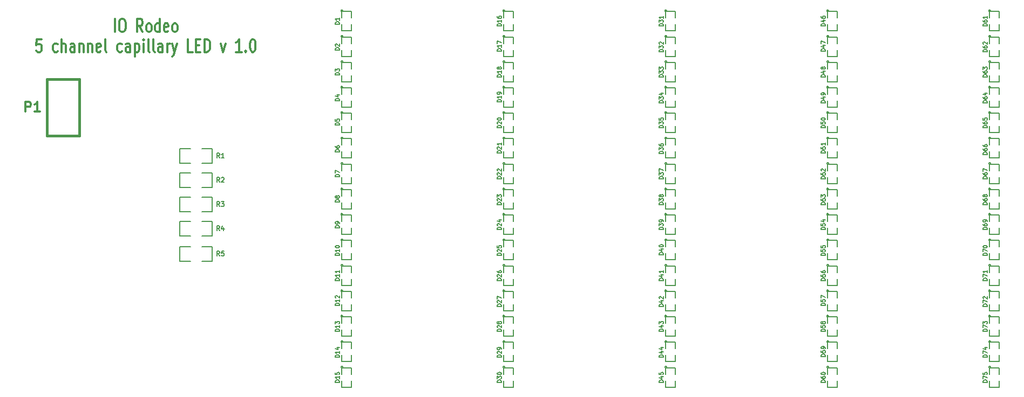
<source format=gto>
G04 (created by PCBNEW-RS274X (2011-07-19)-testing) date Fri 17 Feb 2012 12:26:42 PM PST*
G01*
G70*
G90*
%MOIN*%
G04 Gerber Fmt 3.4, Leading zero omitted, Abs format*
%FSLAX34Y34*%
G04 APERTURE LIST*
%ADD10C,0.006000*%
%ADD11C,0.012000*%
%ADD12C,0.005000*%
%ADD13C,0.015000*%
%ADD14C,0.003900*%
G04 APERTURE END LIST*
G54D10*
G54D11*
X33186Y-30324D02*
X33186Y-29524D01*
X33586Y-29524D02*
X33700Y-29524D01*
X33758Y-29562D01*
X33815Y-29638D01*
X33843Y-29790D01*
X33843Y-30057D01*
X33815Y-30210D01*
X33758Y-30286D01*
X33700Y-30324D01*
X33586Y-30324D01*
X33529Y-30286D01*
X33472Y-30210D01*
X33443Y-30057D01*
X33443Y-29790D01*
X33472Y-29638D01*
X33529Y-29562D01*
X33586Y-29524D01*
X34901Y-30324D02*
X34701Y-29943D01*
X34558Y-30324D02*
X34558Y-29524D01*
X34786Y-29524D01*
X34844Y-29562D01*
X34872Y-29600D01*
X34901Y-29676D01*
X34901Y-29790D01*
X34872Y-29867D01*
X34844Y-29905D01*
X34786Y-29943D01*
X34558Y-29943D01*
X35244Y-30324D02*
X35186Y-30286D01*
X35158Y-30248D01*
X35129Y-30171D01*
X35129Y-29943D01*
X35158Y-29867D01*
X35186Y-29829D01*
X35244Y-29790D01*
X35329Y-29790D01*
X35386Y-29829D01*
X35415Y-29867D01*
X35444Y-29943D01*
X35444Y-30171D01*
X35415Y-30248D01*
X35386Y-30286D01*
X35329Y-30324D01*
X35244Y-30324D01*
X35958Y-30324D02*
X35958Y-29524D01*
X35958Y-30286D02*
X35901Y-30324D01*
X35787Y-30324D01*
X35729Y-30286D01*
X35701Y-30248D01*
X35672Y-30171D01*
X35672Y-29943D01*
X35701Y-29867D01*
X35729Y-29829D01*
X35787Y-29790D01*
X35901Y-29790D01*
X35958Y-29829D01*
X36472Y-30286D02*
X36415Y-30324D01*
X36301Y-30324D01*
X36244Y-30286D01*
X36215Y-30210D01*
X36215Y-29905D01*
X36244Y-29829D01*
X36301Y-29790D01*
X36415Y-29790D01*
X36472Y-29829D01*
X36501Y-29905D01*
X36501Y-29981D01*
X36215Y-30057D01*
X36844Y-30324D02*
X36786Y-30286D01*
X36758Y-30248D01*
X36729Y-30171D01*
X36729Y-29943D01*
X36758Y-29867D01*
X36786Y-29829D01*
X36844Y-29790D01*
X36929Y-29790D01*
X36986Y-29829D01*
X37015Y-29867D01*
X37044Y-29943D01*
X37044Y-30171D01*
X37015Y-30248D01*
X36986Y-30286D01*
X36929Y-30324D01*
X36844Y-30324D01*
X28645Y-30764D02*
X28359Y-30764D01*
X28330Y-31145D01*
X28359Y-31107D01*
X28416Y-31069D01*
X28559Y-31069D01*
X28616Y-31107D01*
X28645Y-31145D01*
X28673Y-31221D01*
X28673Y-31411D01*
X28645Y-31488D01*
X28616Y-31526D01*
X28559Y-31564D01*
X28416Y-31564D01*
X28359Y-31526D01*
X28330Y-31488D01*
X29644Y-31526D02*
X29587Y-31564D01*
X29473Y-31564D01*
X29415Y-31526D01*
X29387Y-31488D01*
X29358Y-31411D01*
X29358Y-31183D01*
X29387Y-31107D01*
X29415Y-31069D01*
X29473Y-31030D01*
X29587Y-31030D01*
X29644Y-31069D01*
X29901Y-31564D02*
X29901Y-30764D01*
X30158Y-31564D02*
X30158Y-31145D01*
X30129Y-31069D01*
X30072Y-31030D01*
X29987Y-31030D01*
X29929Y-31069D01*
X29901Y-31107D01*
X30701Y-31564D02*
X30701Y-31145D01*
X30672Y-31069D01*
X30615Y-31030D01*
X30501Y-31030D01*
X30444Y-31069D01*
X30701Y-31526D02*
X30644Y-31564D01*
X30501Y-31564D01*
X30444Y-31526D01*
X30415Y-31450D01*
X30415Y-31373D01*
X30444Y-31297D01*
X30501Y-31259D01*
X30644Y-31259D01*
X30701Y-31221D01*
X30987Y-31030D02*
X30987Y-31564D01*
X30987Y-31107D02*
X31015Y-31069D01*
X31073Y-31030D01*
X31158Y-31030D01*
X31215Y-31069D01*
X31244Y-31145D01*
X31244Y-31564D01*
X31530Y-31030D02*
X31530Y-31564D01*
X31530Y-31107D02*
X31558Y-31069D01*
X31616Y-31030D01*
X31701Y-31030D01*
X31758Y-31069D01*
X31787Y-31145D01*
X31787Y-31564D01*
X32301Y-31526D02*
X32244Y-31564D01*
X32130Y-31564D01*
X32073Y-31526D01*
X32044Y-31450D01*
X32044Y-31145D01*
X32073Y-31069D01*
X32130Y-31030D01*
X32244Y-31030D01*
X32301Y-31069D01*
X32330Y-31145D01*
X32330Y-31221D01*
X32044Y-31297D01*
X32673Y-31564D02*
X32615Y-31526D01*
X32587Y-31450D01*
X32587Y-30764D01*
X33615Y-31526D02*
X33558Y-31564D01*
X33444Y-31564D01*
X33386Y-31526D01*
X33358Y-31488D01*
X33329Y-31411D01*
X33329Y-31183D01*
X33358Y-31107D01*
X33386Y-31069D01*
X33444Y-31030D01*
X33558Y-31030D01*
X33615Y-31069D01*
X34129Y-31564D02*
X34129Y-31145D01*
X34100Y-31069D01*
X34043Y-31030D01*
X33929Y-31030D01*
X33872Y-31069D01*
X34129Y-31526D02*
X34072Y-31564D01*
X33929Y-31564D01*
X33872Y-31526D01*
X33843Y-31450D01*
X33843Y-31373D01*
X33872Y-31297D01*
X33929Y-31259D01*
X34072Y-31259D01*
X34129Y-31221D01*
X34415Y-31030D02*
X34415Y-31830D01*
X34415Y-31069D02*
X34472Y-31030D01*
X34586Y-31030D01*
X34643Y-31069D01*
X34672Y-31107D01*
X34701Y-31183D01*
X34701Y-31411D01*
X34672Y-31488D01*
X34643Y-31526D01*
X34586Y-31564D01*
X34472Y-31564D01*
X34415Y-31526D01*
X34958Y-31564D02*
X34958Y-31030D01*
X34958Y-30764D02*
X34929Y-30802D01*
X34958Y-30840D01*
X34986Y-30802D01*
X34958Y-30764D01*
X34958Y-30840D01*
X35330Y-31564D02*
X35272Y-31526D01*
X35244Y-31450D01*
X35244Y-30764D01*
X35644Y-31564D02*
X35586Y-31526D01*
X35558Y-31450D01*
X35558Y-30764D01*
X36129Y-31564D02*
X36129Y-31145D01*
X36100Y-31069D01*
X36043Y-31030D01*
X35929Y-31030D01*
X35872Y-31069D01*
X36129Y-31526D02*
X36072Y-31564D01*
X35929Y-31564D01*
X35872Y-31526D01*
X35843Y-31450D01*
X35843Y-31373D01*
X35872Y-31297D01*
X35929Y-31259D01*
X36072Y-31259D01*
X36129Y-31221D01*
X36415Y-31564D02*
X36415Y-31030D01*
X36415Y-31183D02*
X36443Y-31107D01*
X36472Y-31069D01*
X36529Y-31030D01*
X36586Y-31030D01*
X36729Y-31030D02*
X36872Y-31564D01*
X37014Y-31030D02*
X36872Y-31564D01*
X36814Y-31754D01*
X36786Y-31792D01*
X36729Y-31830D01*
X37986Y-31564D02*
X37700Y-31564D01*
X37700Y-30764D01*
X38186Y-31145D02*
X38386Y-31145D01*
X38472Y-31564D02*
X38186Y-31564D01*
X38186Y-30764D01*
X38472Y-30764D01*
X38729Y-31564D02*
X38729Y-30764D01*
X38872Y-30764D01*
X38957Y-30802D01*
X39015Y-30878D01*
X39043Y-30954D01*
X39072Y-31107D01*
X39072Y-31221D01*
X39043Y-31373D01*
X39015Y-31450D01*
X38957Y-31526D01*
X38872Y-31564D01*
X38729Y-31564D01*
X39729Y-31030D02*
X39872Y-31564D01*
X40014Y-31030D01*
X41014Y-31564D02*
X40671Y-31564D01*
X40843Y-31564D02*
X40843Y-30764D01*
X40786Y-30878D01*
X40728Y-30954D01*
X40671Y-30992D01*
X41271Y-31488D02*
X41299Y-31526D01*
X41271Y-31564D01*
X41242Y-31526D01*
X41271Y-31488D01*
X41271Y-31564D01*
X41671Y-30764D02*
X41728Y-30764D01*
X41785Y-30802D01*
X41814Y-30840D01*
X41843Y-30916D01*
X41871Y-31069D01*
X41871Y-31259D01*
X41843Y-31411D01*
X41814Y-31488D01*
X41785Y-31526D01*
X41728Y-31564D01*
X41671Y-31564D01*
X41614Y-31526D01*
X41585Y-31488D01*
X41557Y-31411D01*
X41528Y-31259D01*
X41528Y-31069D01*
X41557Y-30916D01*
X41585Y-30840D01*
X41614Y-30802D01*
X41671Y-30764D01*
G54D12*
X37200Y-37550D02*
X37200Y-38450D01*
X37200Y-38450D02*
X37850Y-38450D01*
X38550Y-37550D02*
X39200Y-37550D01*
X39200Y-37550D02*
X39200Y-38450D01*
X39200Y-38450D02*
X38550Y-38450D01*
X37850Y-37550D02*
X37200Y-37550D01*
X47250Y-51052D02*
X47249Y-51061D01*
X47246Y-51071D01*
X47241Y-51079D01*
X47235Y-51087D01*
X47227Y-51093D01*
X47219Y-51098D01*
X47210Y-51100D01*
X47200Y-51101D01*
X47191Y-51101D01*
X47182Y-51098D01*
X47173Y-51093D01*
X47166Y-51087D01*
X47159Y-51080D01*
X47155Y-51071D01*
X47152Y-51062D01*
X47151Y-51052D01*
X47151Y-51043D01*
X47154Y-51034D01*
X47158Y-51025D01*
X47165Y-51018D01*
X47172Y-51011D01*
X47180Y-51007D01*
X47190Y-51004D01*
X47199Y-51003D01*
X47208Y-51003D01*
X47218Y-51006D01*
X47226Y-51010D01*
X47234Y-51016D01*
X47240Y-51024D01*
X47245Y-51032D01*
X47248Y-51041D01*
X47249Y-51051D01*
X47250Y-51052D01*
X47200Y-51502D02*
X47200Y-51102D01*
X47200Y-51102D02*
X47800Y-51102D01*
X47800Y-51102D02*
X47800Y-51502D01*
X47800Y-51902D02*
X47800Y-52302D01*
X47800Y-52302D02*
X47200Y-52302D01*
X47200Y-52302D02*
X47200Y-51902D01*
X47250Y-49477D02*
X47249Y-49486D01*
X47246Y-49496D01*
X47241Y-49504D01*
X47235Y-49512D01*
X47227Y-49518D01*
X47219Y-49523D01*
X47210Y-49525D01*
X47200Y-49526D01*
X47191Y-49526D01*
X47182Y-49523D01*
X47173Y-49518D01*
X47166Y-49512D01*
X47159Y-49505D01*
X47155Y-49496D01*
X47152Y-49487D01*
X47151Y-49477D01*
X47151Y-49468D01*
X47154Y-49459D01*
X47158Y-49450D01*
X47165Y-49443D01*
X47172Y-49436D01*
X47180Y-49432D01*
X47190Y-49429D01*
X47199Y-49428D01*
X47208Y-49428D01*
X47218Y-49431D01*
X47226Y-49435D01*
X47234Y-49441D01*
X47240Y-49449D01*
X47245Y-49457D01*
X47248Y-49466D01*
X47249Y-49476D01*
X47250Y-49477D01*
X47200Y-49927D02*
X47200Y-49527D01*
X47200Y-49527D02*
X47800Y-49527D01*
X47800Y-49527D02*
X47800Y-49927D01*
X47800Y-50327D02*
X47800Y-50727D01*
X47800Y-50727D02*
X47200Y-50727D01*
X47200Y-50727D02*
X47200Y-50327D01*
X47250Y-47902D02*
X47249Y-47911D01*
X47246Y-47921D01*
X47241Y-47929D01*
X47235Y-47937D01*
X47227Y-47943D01*
X47219Y-47948D01*
X47210Y-47950D01*
X47200Y-47951D01*
X47191Y-47951D01*
X47182Y-47948D01*
X47173Y-47943D01*
X47166Y-47937D01*
X47159Y-47930D01*
X47155Y-47921D01*
X47152Y-47912D01*
X47151Y-47902D01*
X47151Y-47893D01*
X47154Y-47884D01*
X47158Y-47875D01*
X47165Y-47868D01*
X47172Y-47861D01*
X47180Y-47857D01*
X47190Y-47854D01*
X47199Y-47853D01*
X47208Y-47853D01*
X47218Y-47856D01*
X47226Y-47860D01*
X47234Y-47866D01*
X47240Y-47874D01*
X47245Y-47882D01*
X47248Y-47891D01*
X47249Y-47901D01*
X47250Y-47902D01*
X47200Y-48352D02*
X47200Y-47952D01*
X47200Y-47952D02*
X47800Y-47952D01*
X47800Y-47952D02*
X47800Y-48352D01*
X47800Y-48752D02*
X47800Y-49152D01*
X47800Y-49152D02*
X47200Y-49152D01*
X47200Y-49152D02*
X47200Y-48752D01*
X47250Y-46327D02*
X47249Y-46336D01*
X47246Y-46346D01*
X47241Y-46354D01*
X47235Y-46362D01*
X47227Y-46368D01*
X47219Y-46373D01*
X47210Y-46375D01*
X47200Y-46376D01*
X47191Y-46376D01*
X47182Y-46373D01*
X47173Y-46368D01*
X47166Y-46362D01*
X47159Y-46355D01*
X47155Y-46346D01*
X47152Y-46337D01*
X47151Y-46327D01*
X47151Y-46318D01*
X47154Y-46309D01*
X47158Y-46300D01*
X47165Y-46293D01*
X47172Y-46286D01*
X47180Y-46282D01*
X47190Y-46279D01*
X47199Y-46278D01*
X47208Y-46278D01*
X47218Y-46281D01*
X47226Y-46285D01*
X47234Y-46291D01*
X47240Y-46299D01*
X47245Y-46307D01*
X47248Y-46316D01*
X47249Y-46326D01*
X47250Y-46327D01*
X47200Y-46777D02*
X47200Y-46377D01*
X47200Y-46377D02*
X47800Y-46377D01*
X47800Y-46377D02*
X47800Y-46777D01*
X47800Y-47177D02*
X47800Y-47577D01*
X47800Y-47577D02*
X47200Y-47577D01*
X47200Y-47577D02*
X47200Y-47177D01*
X47250Y-44752D02*
X47249Y-44761D01*
X47246Y-44771D01*
X47241Y-44779D01*
X47235Y-44787D01*
X47227Y-44793D01*
X47219Y-44798D01*
X47210Y-44800D01*
X47200Y-44801D01*
X47191Y-44801D01*
X47182Y-44798D01*
X47173Y-44793D01*
X47166Y-44787D01*
X47159Y-44780D01*
X47155Y-44771D01*
X47152Y-44762D01*
X47151Y-44752D01*
X47151Y-44743D01*
X47154Y-44734D01*
X47158Y-44725D01*
X47165Y-44718D01*
X47172Y-44711D01*
X47180Y-44707D01*
X47190Y-44704D01*
X47199Y-44703D01*
X47208Y-44703D01*
X47218Y-44706D01*
X47226Y-44710D01*
X47234Y-44716D01*
X47240Y-44724D01*
X47245Y-44732D01*
X47248Y-44741D01*
X47249Y-44751D01*
X47250Y-44752D01*
X47200Y-45202D02*
X47200Y-44802D01*
X47200Y-44802D02*
X47800Y-44802D01*
X47800Y-44802D02*
X47800Y-45202D01*
X47800Y-45602D02*
X47800Y-46002D01*
X47800Y-46002D02*
X47200Y-46002D01*
X47200Y-46002D02*
X47200Y-45602D01*
X47250Y-43178D02*
X47249Y-43187D01*
X47246Y-43197D01*
X47241Y-43205D01*
X47235Y-43213D01*
X47227Y-43219D01*
X47219Y-43224D01*
X47210Y-43226D01*
X47200Y-43227D01*
X47191Y-43227D01*
X47182Y-43224D01*
X47173Y-43219D01*
X47166Y-43213D01*
X47159Y-43206D01*
X47155Y-43197D01*
X47152Y-43188D01*
X47151Y-43178D01*
X47151Y-43169D01*
X47154Y-43160D01*
X47158Y-43151D01*
X47165Y-43144D01*
X47172Y-43137D01*
X47180Y-43133D01*
X47190Y-43130D01*
X47199Y-43129D01*
X47208Y-43129D01*
X47218Y-43132D01*
X47226Y-43136D01*
X47234Y-43142D01*
X47240Y-43150D01*
X47245Y-43158D01*
X47248Y-43167D01*
X47249Y-43177D01*
X47250Y-43178D01*
X47200Y-43628D02*
X47200Y-43228D01*
X47200Y-43228D02*
X47800Y-43228D01*
X47800Y-43228D02*
X47800Y-43628D01*
X47800Y-44028D02*
X47800Y-44428D01*
X47800Y-44428D02*
X47200Y-44428D01*
X47200Y-44428D02*
X47200Y-44028D01*
X47250Y-41603D02*
X47249Y-41612D01*
X47246Y-41622D01*
X47241Y-41630D01*
X47235Y-41638D01*
X47227Y-41644D01*
X47219Y-41649D01*
X47210Y-41651D01*
X47200Y-41652D01*
X47191Y-41652D01*
X47182Y-41649D01*
X47173Y-41644D01*
X47166Y-41638D01*
X47159Y-41631D01*
X47155Y-41622D01*
X47152Y-41613D01*
X47151Y-41603D01*
X47151Y-41594D01*
X47154Y-41585D01*
X47158Y-41576D01*
X47165Y-41569D01*
X47172Y-41562D01*
X47180Y-41558D01*
X47190Y-41555D01*
X47199Y-41554D01*
X47208Y-41554D01*
X47218Y-41557D01*
X47226Y-41561D01*
X47234Y-41567D01*
X47240Y-41575D01*
X47245Y-41583D01*
X47248Y-41592D01*
X47249Y-41602D01*
X47250Y-41603D01*
X47200Y-42053D02*
X47200Y-41653D01*
X47200Y-41653D02*
X47800Y-41653D01*
X47800Y-41653D02*
X47800Y-42053D01*
X47800Y-42453D02*
X47800Y-42853D01*
X47800Y-42853D02*
X47200Y-42853D01*
X47200Y-42853D02*
X47200Y-42453D01*
X47250Y-40028D02*
X47249Y-40037D01*
X47246Y-40047D01*
X47241Y-40055D01*
X47235Y-40063D01*
X47227Y-40069D01*
X47219Y-40074D01*
X47210Y-40076D01*
X47200Y-40077D01*
X47191Y-40077D01*
X47182Y-40074D01*
X47173Y-40069D01*
X47166Y-40063D01*
X47159Y-40056D01*
X47155Y-40047D01*
X47152Y-40038D01*
X47151Y-40028D01*
X47151Y-40019D01*
X47154Y-40010D01*
X47158Y-40001D01*
X47165Y-39994D01*
X47172Y-39987D01*
X47180Y-39983D01*
X47190Y-39980D01*
X47199Y-39979D01*
X47208Y-39979D01*
X47218Y-39982D01*
X47226Y-39986D01*
X47234Y-39992D01*
X47240Y-40000D01*
X47245Y-40008D01*
X47248Y-40017D01*
X47249Y-40027D01*
X47250Y-40028D01*
X47200Y-40478D02*
X47200Y-40078D01*
X47200Y-40078D02*
X47800Y-40078D01*
X47800Y-40078D02*
X47800Y-40478D01*
X47800Y-40878D02*
X47800Y-41278D01*
X47800Y-41278D02*
X47200Y-41278D01*
X47200Y-41278D02*
X47200Y-40878D01*
X47250Y-38453D02*
X47249Y-38462D01*
X47246Y-38472D01*
X47241Y-38480D01*
X47235Y-38488D01*
X47227Y-38494D01*
X47219Y-38499D01*
X47210Y-38501D01*
X47200Y-38502D01*
X47191Y-38502D01*
X47182Y-38499D01*
X47173Y-38494D01*
X47166Y-38488D01*
X47159Y-38481D01*
X47155Y-38472D01*
X47152Y-38463D01*
X47151Y-38453D01*
X47151Y-38444D01*
X47154Y-38435D01*
X47158Y-38426D01*
X47165Y-38419D01*
X47172Y-38412D01*
X47180Y-38408D01*
X47190Y-38405D01*
X47199Y-38404D01*
X47208Y-38404D01*
X47218Y-38407D01*
X47226Y-38411D01*
X47234Y-38417D01*
X47240Y-38425D01*
X47245Y-38433D01*
X47248Y-38442D01*
X47249Y-38452D01*
X47250Y-38453D01*
X47200Y-38903D02*
X47200Y-38503D01*
X47200Y-38503D02*
X47800Y-38503D01*
X47800Y-38503D02*
X47800Y-38903D01*
X47800Y-39303D02*
X47800Y-39703D01*
X47800Y-39703D02*
X47200Y-39703D01*
X47200Y-39703D02*
X47200Y-39303D01*
X47250Y-36878D02*
X47249Y-36887D01*
X47246Y-36897D01*
X47241Y-36905D01*
X47235Y-36913D01*
X47227Y-36919D01*
X47219Y-36924D01*
X47210Y-36926D01*
X47200Y-36927D01*
X47191Y-36927D01*
X47182Y-36924D01*
X47173Y-36919D01*
X47166Y-36913D01*
X47159Y-36906D01*
X47155Y-36897D01*
X47152Y-36888D01*
X47151Y-36878D01*
X47151Y-36869D01*
X47154Y-36860D01*
X47158Y-36851D01*
X47165Y-36844D01*
X47172Y-36837D01*
X47180Y-36833D01*
X47190Y-36830D01*
X47199Y-36829D01*
X47208Y-36829D01*
X47218Y-36832D01*
X47226Y-36836D01*
X47234Y-36842D01*
X47240Y-36850D01*
X47245Y-36858D01*
X47248Y-36867D01*
X47249Y-36877D01*
X47250Y-36878D01*
X47200Y-37328D02*
X47200Y-36928D01*
X47200Y-36928D02*
X47800Y-36928D01*
X47800Y-36928D02*
X47800Y-37328D01*
X47800Y-37728D02*
X47800Y-38128D01*
X47800Y-38128D02*
X47200Y-38128D01*
X47200Y-38128D02*
X47200Y-37728D01*
X47250Y-35304D02*
X47249Y-35313D01*
X47246Y-35323D01*
X47241Y-35331D01*
X47235Y-35339D01*
X47227Y-35345D01*
X47219Y-35350D01*
X47210Y-35352D01*
X47200Y-35353D01*
X47191Y-35353D01*
X47182Y-35350D01*
X47173Y-35345D01*
X47166Y-35339D01*
X47159Y-35332D01*
X47155Y-35323D01*
X47152Y-35314D01*
X47151Y-35304D01*
X47151Y-35295D01*
X47154Y-35286D01*
X47158Y-35277D01*
X47165Y-35270D01*
X47172Y-35263D01*
X47180Y-35259D01*
X47190Y-35256D01*
X47199Y-35255D01*
X47208Y-35255D01*
X47218Y-35258D01*
X47226Y-35262D01*
X47234Y-35268D01*
X47240Y-35276D01*
X47245Y-35284D01*
X47248Y-35293D01*
X47249Y-35303D01*
X47250Y-35304D01*
X47200Y-35754D02*
X47200Y-35354D01*
X47200Y-35354D02*
X47800Y-35354D01*
X47800Y-35354D02*
X47800Y-35754D01*
X47800Y-36154D02*
X47800Y-36554D01*
X47800Y-36554D02*
X47200Y-36554D01*
X47200Y-36554D02*
X47200Y-36154D01*
X47250Y-33729D02*
X47249Y-33738D01*
X47246Y-33748D01*
X47241Y-33756D01*
X47235Y-33764D01*
X47227Y-33770D01*
X47219Y-33775D01*
X47210Y-33777D01*
X47200Y-33778D01*
X47191Y-33778D01*
X47182Y-33775D01*
X47173Y-33770D01*
X47166Y-33764D01*
X47159Y-33757D01*
X47155Y-33748D01*
X47152Y-33739D01*
X47151Y-33729D01*
X47151Y-33720D01*
X47154Y-33711D01*
X47158Y-33702D01*
X47165Y-33695D01*
X47172Y-33688D01*
X47180Y-33684D01*
X47190Y-33681D01*
X47199Y-33680D01*
X47208Y-33680D01*
X47218Y-33683D01*
X47226Y-33687D01*
X47234Y-33693D01*
X47240Y-33701D01*
X47245Y-33709D01*
X47248Y-33718D01*
X47249Y-33728D01*
X47250Y-33729D01*
X47200Y-34179D02*
X47200Y-33779D01*
X47200Y-33779D02*
X47800Y-33779D01*
X47800Y-33779D02*
X47800Y-34179D01*
X47800Y-34579D02*
X47800Y-34979D01*
X47800Y-34979D02*
X47200Y-34979D01*
X47200Y-34979D02*
X47200Y-34579D01*
X47250Y-32154D02*
X47249Y-32163D01*
X47246Y-32173D01*
X47241Y-32181D01*
X47235Y-32189D01*
X47227Y-32195D01*
X47219Y-32200D01*
X47210Y-32202D01*
X47200Y-32203D01*
X47191Y-32203D01*
X47182Y-32200D01*
X47173Y-32195D01*
X47166Y-32189D01*
X47159Y-32182D01*
X47155Y-32173D01*
X47152Y-32164D01*
X47151Y-32154D01*
X47151Y-32145D01*
X47154Y-32136D01*
X47158Y-32127D01*
X47165Y-32120D01*
X47172Y-32113D01*
X47180Y-32109D01*
X47190Y-32106D01*
X47199Y-32105D01*
X47208Y-32105D01*
X47218Y-32108D01*
X47226Y-32112D01*
X47234Y-32118D01*
X47240Y-32126D01*
X47245Y-32134D01*
X47248Y-32143D01*
X47249Y-32153D01*
X47250Y-32154D01*
X47200Y-32604D02*
X47200Y-32204D01*
X47200Y-32204D02*
X47800Y-32204D01*
X47800Y-32204D02*
X47800Y-32604D01*
X47800Y-33004D02*
X47800Y-33404D01*
X47800Y-33404D02*
X47200Y-33404D01*
X47200Y-33404D02*
X47200Y-33004D01*
X47250Y-30579D02*
X47249Y-30588D01*
X47246Y-30598D01*
X47241Y-30606D01*
X47235Y-30614D01*
X47227Y-30620D01*
X47219Y-30625D01*
X47210Y-30627D01*
X47200Y-30628D01*
X47191Y-30628D01*
X47182Y-30625D01*
X47173Y-30620D01*
X47166Y-30614D01*
X47159Y-30607D01*
X47155Y-30598D01*
X47152Y-30589D01*
X47151Y-30579D01*
X47151Y-30570D01*
X47154Y-30561D01*
X47158Y-30552D01*
X47165Y-30545D01*
X47172Y-30538D01*
X47180Y-30534D01*
X47190Y-30531D01*
X47199Y-30530D01*
X47208Y-30530D01*
X47218Y-30533D01*
X47226Y-30537D01*
X47234Y-30543D01*
X47240Y-30551D01*
X47245Y-30559D01*
X47248Y-30568D01*
X47249Y-30578D01*
X47250Y-30579D01*
X47200Y-31029D02*
X47200Y-30629D01*
X47200Y-30629D02*
X47800Y-30629D01*
X47800Y-30629D02*
X47800Y-31029D01*
X47800Y-31429D02*
X47800Y-31829D01*
X47800Y-31829D02*
X47200Y-31829D01*
X47200Y-31829D02*
X47200Y-31429D01*
X47250Y-29004D02*
X47249Y-29013D01*
X47246Y-29023D01*
X47241Y-29031D01*
X47235Y-29039D01*
X47227Y-29045D01*
X47219Y-29050D01*
X47210Y-29052D01*
X47200Y-29053D01*
X47191Y-29053D01*
X47182Y-29050D01*
X47173Y-29045D01*
X47166Y-29039D01*
X47159Y-29032D01*
X47155Y-29023D01*
X47152Y-29014D01*
X47151Y-29004D01*
X47151Y-28995D01*
X47154Y-28986D01*
X47158Y-28977D01*
X47165Y-28970D01*
X47172Y-28963D01*
X47180Y-28959D01*
X47190Y-28956D01*
X47199Y-28955D01*
X47208Y-28955D01*
X47218Y-28958D01*
X47226Y-28962D01*
X47234Y-28968D01*
X47240Y-28976D01*
X47245Y-28984D01*
X47248Y-28993D01*
X47249Y-29003D01*
X47250Y-29004D01*
X47200Y-29454D02*
X47200Y-29054D01*
X47200Y-29054D02*
X47800Y-29054D01*
X47800Y-29054D02*
X47800Y-29454D01*
X47800Y-29854D02*
X47800Y-30254D01*
X47800Y-30254D02*
X47200Y-30254D01*
X47200Y-30254D02*
X47200Y-29854D01*
G54D13*
X29000Y-33250D02*
X29000Y-36750D01*
X31000Y-33250D02*
X31000Y-36750D01*
X29000Y-33250D02*
X31000Y-33250D01*
X29000Y-36750D02*
X31000Y-36750D01*
G54D12*
X37200Y-43600D02*
X37200Y-44500D01*
X37200Y-44500D02*
X37850Y-44500D01*
X38550Y-43600D02*
X39200Y-43600D01*
X39200Y-43600D02*
X39200Y-44500D01*
X39200Y-44500D02*
X38550Y-44500D01*
X37850Y-43600D02*
X37200Y-43600D01*
X37200Y-42050D02*
X37200Y-42950D01*
X37200Y-42950D02*
X37850Y-42950D01*
X38550Y-42050D02*
X39200Y-42050D01*
X39200Y-42050D02*
X39200Y-42950D01*
X39200Y-42950D02*
X38550Y-42950D01*
X37850Y-42050D02*
X37200Y-42050D01*
X37200Y-40550D02*
X37200Y-41450D01*
X37200Y-41450D02*
X37850Y-41450D01*
X38550Y-40550D02*
X39200Y-40550D01*
X39200Y-40550D02*
X39200Y-41450D01*
X39200Y-41450D02*
X38550Y-41450D01*
X37850Y-40550D02*
X37200Y-40550D01*
X37200Y-39050D02*
X37200Y-39950D01*
X37200Y-39950D02*
X37850Y-39950D01*
X38550Y-39050D02*
X39200Y-39050D01*
X39200Y-39050D02*
X39200Y-39950D01*
X39200Y-39950D02*
X38550Y-39950D01*
X37850Y-39050D02*
X37200Y-39050D01*
X87250Y-29004D02*
X87249Y-29013D01*
X87246Y-29023D01*
X87241Y-29031D01*
X87235Y-29039D01*
X87227Y-29045D01*
X87219Y-29050D01*
X87210Y-29052D01*
X87200Y-29053D01*
X87191Y-29053D01*
X87182Y-29050D01*
X87173Y-29045D01*
X87166Y-29039D01*
X87159Y-29032D01*
X87155Y-29023D01*
X87152Y-29014D01*
X87151Y-29004D01*
X87151Y-28995D01*
X87154Y-28986D01*
X87158Y-28977D01*
X87165Y-28970D01*
X87172Y-28963D01*
X87180Y-28959D01*
X87190Y-28956D01*
X87199Y-28955D01*
X87208Y-28955D01*
X87218Y-28958D01*
X87226Y-28962D01*
X87234Y-28968D01*
X87240Y-28976D01*
X87245Y-28984D01*
X87248Y-28993D01*
X87249Y-29003D01*
X87250Y-29004D01*
X87200Y-29454D02*
X87200Y-29054D01*
X87200Y-29054D02*
X87800Y-29054D01*
X87800Y-29054D02*
X87800Y-29454D01*
X87800Y-29854D02*
X87800Y-30254D01*
X87800Y-30254D02*
X87200Y-30254D01*
X87200Y-30254D02*
X87200Y-29854D01*
X77250Y-51052D02*
X77249Y-51061D01*
X77246Y-51071D01*
X77241Y-51079D01*
X77235Y-51087D01*
X77227Y-51093D01*
X77219Y-51098D01*
X77210Y-51100D01*
X77200Y-51101D01*
X77191Y-51101D01*
X77182Y-51098D01*
X77173Y-51093D01*
X77166Y-51087D01*
X77159Y-51080D01*
X77155Y-51071D01*
X77152Y-51062D01*
X77151Y-51052D01*
X77151Y-51043D01*
X77154Y-51034D01*
X77158Y-51025D01*
X77165Y-51018D01*
X77172Y-51011D01*
X77180Y-51007D01*
X77190Y-51004D01*
X77199Y-51003D01*
X77208Y-51003D01*
X77218Y-51006D01*
X77226Y-51010D01*
X77234Y-51016D01*
X77240Y-51024D01*
X77245Y-51032D01*
X77248Y-51041D01*
X77249Y-51051D01*
X77250Y-51052D01*
X77200Y-51502D02*
X77200Y-51102D01*
X77200Y-51102D02*
X77800Y-51102D01*
X77800Y-51102D02*
X77800Y-51502D01*
X77800Y-51902D02*
X77800Y-52302D01*
X77800Y-52302D02*
X77200Y-52302D01*
X77200Y-52302D02*
X77200Y-51902D01*
X77250Y-49477D02*
X77249Y-49486D01*
X77246Y-49496D01*
X77241Y-49504D01*
X77235Y-49512D01*
X77227Y-49518D01*
X77219Y-49523D01*
X77210Y-49525D01*
X77200Y-49526D01*
X77191Y-49526D01*
X77182Y-49523D01*
X77173Y-49518D01*
X77166Y-49512D01*
X77159Y-49505D01*
X77155Y-49496D01*
X77152Y-49487D01*
X77151Y-49477D01*
X77151Y-49468D01*
X77154Y-49459D01*
X77158Y-49450D01*
X77165Y-49443D01*
X77172Y-49436D01*
X77180Y-49432D01*
X77190Y-49429D01*
X77199Y-49428D01*
X77208Y-49428D01*
X77218Y-49431D01*
X77226Y-49435D01*
X77234Y-49441D01*
X77240Y-49449D01*
X77245Y-49457D01*
X77248Y-49466D01*
X77249Y-49476D01*
X77250Y-49477D01*
X77200Y-49927D02*
X77200Y-49527D01*
X77200Y-49527D02*
X77800Y-49527D01*
X77800Y-49527D02*
X77800Y-49927D01*
X77800Y-50327D02*
X77800Y-50727D01*
X77800Y-50727D02*
X77200Y-50727D01*
X77200Y-50727D02*
X77200Y-50327D01*
X77250Y-47902D02*
X77249Y-47911D01*
X77246Y-47921D01*
X77241Y-47929D01*
X77235Y-47937D01*
X77227Y-47943D01*
X77219Y-47948D01*
X77210Y-47950D01*
X77200Y-47951D01*
X77191Y-47951D01*
X77182Y-47948D01*
X77173Y-47943D01*
X77166Y-47937D01*
X77159Y-47930D01*
X77155Y-47921D01*
X77152Y-47912D01*
X77151Y-47902D01*
X77151Y-47893D01*
X77154Y-47884D01*
X77158Y-47875D01*
X77165Y-47868D01*
X77172Y-47861D01*
X77180Y-47857D01*
X77190Y-47854D01*
X77199Y-47853D01*
X77208Y-47853D01*
X77218Y-47856D01*
X77226Y-47860D01*
X77234Y-47866D01*
X77240Y-47874D01*
X77245Y-47882D01*
X77248Y-47891D01*
X77249Y-47901D01*
X77250Y-47902D01*
X77200Y-48352D02*
X77200Y-47952D01*
X77200Y-47952D02*
X77800Y-47952D01*
X77800Y-47952D02*
X77800Y-48352D01*
X77800Y-48752D02*
X77800Y-49152D01*
X77800Y-49152D02*
X77200Y-49152D01*
X77200Y-49152D02*
X77200Y-48752D01*
X77250Y-46327D02*
X77249Y-46336D01*
X77246Y-46346D01*
X77241Y-46354D01*
X77235Y-46362D01*
X77227Y-46368D01*
X77219Y-46373D01*
X77210Y-46375D01*
X77200Y-46376D01*
X77191Y-46376D01*
X77182Y-46373D01*
X77173Y-46368D01*
X77166Y-46362D01*
X77159Y-46355D01*
X77155Y-46346D01*
X77152Y-46337D01*
X77151Y-46327D01*
X77151Y-46318D01*
X77154Y-46309D01*
X77158Y-46300D01*
X77165Y-46293D01*
X77172Y-46286D01*
X77180Y-46282D01*
X77190Y-46279D01*
X77199Y-46278D01*
X77208Y-46278D01*
X77218Y-46281D01*
X77226Y-46285D01*
X77234Y-46291D01*
X77240Y-46299D01*
X77245Y-46307D01*
X77248Y-46316D01*
X77249Y-46326D01*
X77250Y-46327D01*
X77200Y-46777D02*
X77200Y-46377D01*
X77200Y-46377D02*
X77800Y-46377D01*
X77800Y-46377D02*
X77800Y-46777D01*
X77800Y-47177D02*
X77800Y-47577D01*
X77800Y-47577D02*
X77200Y-47577D01*
X77200Y-47577D02*
X77200Y-47177D01*
X77250Y-44752D02*
X77249Y-44761D01*
X77246Y-44771D01*
X77241Y-44779D01*
X77235Y-44787D01*
X77227Y-44793D01*
X77219Y-44798D01*
X77210Y-44800D01*
X77200Y-44801D01*
X77191Y-44801D01*
X77182Y-44798D01*
X77173Y-44793D01*
X77166Y-44787D01*
X77159Y-44780D01*
X77155Y-44771D01*
X77152Y-44762D01*
X77151Y-44752D01*
X77151Y-44743D01*
X77154Y-44734D01*
X77158Y-44725D01*
X77165Y-44718D01*
X77172Y-44711D01*
X77180Y-44707D01*
X77190Y-44704D01*
X77199Y-44703D01*
X77208Y-44703D01*
X77218Y-44706D01*
X77226Y-44710D01*
X77234Y-44716D01*
X77240Y-44724D01*
X77245Y-44732D01*
X77248Y-44741D01*
X77249Y-44751D01*
X77250Y-44752D01*
X77200Y-45202D02*
X77200Y-44802D01*
X77200Y-44802D02*
X77800Y-44802D01*
X77800Y-44802D02*
X77800Y-45202D01*
X77800Y-45602D02*
X77800Y-46002D01*
X77800Y-46002D02*
X77200Y-46002D01*
X77200Y-46002D02*
X77200Y-45602D01*
X77250Y-43178D02*
X77249Y-43187D01*
X77246Y-43197D01*
X77241Y-43205D01*
X77235Y-43213D01*
X77227Y-43219D01*
X77219Y-43224D01*
X77210Y-43226D01*
X77200Y-43227D01*
X77191Y-43227D01*
X77182Y-43224D01*
X77173Y-43219D01*
X77166Y-43213D01*
X77159Y-43206D01*
X77155Y-43197D01*
X77152Y-43188D01*
X77151Y-43178D01*
X77151Y-43169D01*
X77154Y-43160D01*
X77158Y-43151D01*
X77165Y-43144D01*
X77172Y-43137D01*
X77180Y-43133D01*
X77190Y-43130D01*
X77199Y-43129D01*
X77208Y-43129D01*
X77218Y-43132D01*
X77226Y-43136D01*
X77234Y-43142D01*
X77240Y-43150D01*
X77245Y-43158D01*
X77248Y-43167D01*
X77249Y-43177D01*
X77250Y-43178D01*
X77200Y-43628D02*
X77200Y-43228D01*
X77200Y-43228D02*
X77800Y-43228D01*
X77800Y-43228D02*
X77800Y-43628D01*
X77800Y-44028D02*
X77800Y-44428D01*
X77800Y-44428D02*
X77200Y-44428D01*
X77200Y-44428D02*
X77200Y-44028D01*
X77250Y-41603D02*
X77249Y-41612D01*
X77246Y-41622D01*
X77241Y-41630D01*
X77235Y-41638D01*
X77227Y-41644D01*
X77219Y-41649D01*
X77210Y-41651D01*
X77200Y-41652D01*
X77191Y-41652D01*
X77182Y-41649D01*
X77173Y-41644D01*
X77166Y-41638D01*
X77159Y-41631D01*
X77155Y-41622D01*
X77152Y-41613D01*
X77151Y-41603D01*
X77151Y-41594D01*
X77154Y-41585D01*
X77158Y-41576D01*
X77165Y-41569D01*
X77172Y-41562D01*
X77180Y-41558D01*
X77190Y-41555D01*
X77199Y-41554D01*
X77208Y-41554D01*
X77218Y-41557D01*
X77226Y-41561D01*
X77234Y-41567D01*
X77240Y-41575D01*
X77245Y-41583D01*
X77248Y-41592D01*
X77249Y-41602D01*
X77250Y-41603D01*
X77200Y-42053D02*
X77200Y-41653D01*
X77200Y-41653D02*
X77800Y-41653D01*
X77800Y-41653D02*
X77800Y-42053D01*
X77800Y-42453D02*
X77800Y-42853D01*
X77800Y-42853D02*
X77200Y-42853D01*
X77200Y-42853D02*
X77200Y-42453D01*
X77250Y-40028D02*
X77249Y-40037D01*
X77246Y-40047D01*
X77241Y-40055D01*
X77235Y-40063D01*
X77227Y-40069D01*
X77219Y-40074D01*
X77210Y-40076D01*
X77200Y-40077D01*
X77191Y-40077D01*
X77182Y-40074D01*
X77173Y-40069D01*
X77166Y-40063D01*
X77159Y-40056D01*
X77155Y-40047D01*
X77152Y-40038D01*
X77151Y-40028D01*
X77151Y-40019D01*
X77154Y-40010D01*
X77158Y-40001D01*
X77165Y-39994D01*
X77172Y-39987D01*
X77180Y-39983D01*
X77190Y-39980D01*
X77199Y-39979D01*
X77208Y-39979D01*
X77218Y-39982D01*
X77226Y-39986D01*
X77234Y-39992D01*
X77240Y-40000D01*
X77245Y-40008D01*
X77248Y-40017D01*
X77249Y-40027D01*
X77250Y-40028D01*
X77200Y-40478D02*
X77200Y-40078D01*
X77200Y-40078D02*
X77800Y-40078D01*
X77800Y-40078D02*
X77800Y-40478D01*
X77800Y-40878D02*
X77800Y-41278D01*
X77800Y-41278D02*
X77200Y-41278D01*
X77200Y-41278D02*
X77200Y-40878D01*
X77250Y-38453D02*
X77249Y-38462D01*
X77246Y-38472D01*
X77241Y-38480D01*
X77235Y-38488D01*
X77227Y-38494D01*
X77219Y-38499D01*
X77210Y-38501D01*
X77200Y-38502D01*
X77191Y-38502D01*
X77182Y-38499D01*
X77173Y-38494D01*
X77166Y-38488D01*
X77159Y-38481D01*
X77155Y-38472D01*
X77152Y-38463D01*
X77151Y-38453D01*
X77151Y-38444D01*
X77154Y-38435D01*
X77158Y-38426D01*
X77165Y-38419D01*
X77172Y-38412D01*
X77180Y-38408D01*
X77190Y-38405D01*
X77199Y-38404D01*
X77208Y-38404D01*
X77218Y-38407D01*
X77226Y-38411D01*
X77234Y-38417D01*
X77240Y-38425D01*
X77245Y-38433D01*
X77248Y-38442D01*
X77249Y-38452D01*
X77250Y-38453D01*
X77200Y-38903D02*
X77200Y-38503D01*
X77200Y-38503D02*
X77800Y-38503D01*
X77800Y-38503D02*
X77800Y-38903D01*
X77800Y-39303D02*
X77800Y-39703D01*
X77800Y-39703D02*
X77200Y-39703D01*
X77200Y-39703D02*
X77200Y-39303D01*
X77250Y-36878D02*
X77249Y-36887D01*
X77246Y-36897D01*
X77241Y-36905D01*
X77235Y-36913D01*
X77227Y-36919D01*
X77219Y-36924D01*
X77210Y-36926D01*
X77200Y-36927D01*
X77191Y-36927D01*
X77182Y-36924D01*
X77173Y-36919D01*
X77166Y-36913D01*
X77159Y-36906D01*
X77155Y-36897D01*
X77152Y-36888D01*
X77151Y-36878D01*
X77151Y-36869D01*
X77154Y-36860D01*
X77158Y-36851D01*
X77165Y-36844D01*
X77172Y-36837D01*
X77180Y-36833D01*
X77190Y-36830D01*
X77199Y-36829D01*
X77208Y-36829D01*
X77218Y-36832D01*
X77226Y-36836D01*
X77234Y-36842D01*
X77240Y-36850D01*
X77245Y-36858D01*
X77248Y-36867D01*
X77249Y-36877D01*
X77250Y-36878D01*
X77200Y-37328D02*
X77200Y-36928D01*
X77200Y-36928D02*
X77800Y-36928D01*
X77800Y-36928D02*
X77800Y-37328D01*
X77800Y-37728D02*
X77800Y-38128D01*
X77800Y-38128D02*
X77200Y-38128D01*
X77200Y-38128D02*
X77200Y-37728D01*
X77250Y-35304D02*
X77249Y-35313D01*
X77246Y-35323D01*
X77241Y-35331D01*
X77235Y-35339D01*
X77227Y-35345D01*
X77219Y-35350D01*
X77210Y-35352D01*
X77200Y-35353D01*
X77191Y-35353D01*
X77182Y-35350D01*
X77173Y-35345D01*
X77166Y-35339D01*
X77159Y-35332D01*
X77155Y-35323D01*
X77152Y-35314D01*
X77151Y-35304D01*
X77151Y-35295D01*
X77154Y-35286D01*
X77158Y-35277D01*
X77165Y-35270D01*
X77172Y-35263D01*
X77180Y-35259D01*
X77190Y-35256D01*
X77199Y-35255D01*
X77208Y-35255D01*
X77218Y-35258D01*
X77226Y-35262D01*
X77234Y-35268D01*
X77240Y-35276D01*
X77245Y-35284D01*
X77248Y-35293D01*
X77249Y-35303D01*
X77250Y-35304D01*
X77200Y-35754D02*
X77200Y-35354D01*
X77200Y-35354D02*
X77800Y-35354D01*
X77800Y-35354D02*
X77800Y-35754D01*
X77800Y-36154D02*
X77800Y-36554D01*
X77800Y-36554D02*
X77200Y-36554D01*
X77200Y-36554D02*
X77200Y-36154D01*
X77250Y-33729D02*
X77249Y-33738D01*
X77246Y-33748D01*
X77241Y-33756D01*
X77235Y-33764D01*
X77227Y-33770D01*
X77219Y-33775D01*
X77210Y-33777D01*
X77200Y-33778D01*
X77191Y-33778D01*
X77182Y-33775D01*
X77173Y-33770D01*
X77166Y-33764D01*
X77159Y-33757D01*
X77155Y-33748D01*
X77152Y-33739D01*
X77151Y-33729D01*
X77151Y-33720D01*
X77154Y-33711D01*
X77158Y-33702D01*
X77165Y-33695D01*
X77172Y-33688D01*
X77180Y-33684D01*
X77190Y-33681D01*
X77199Y-33680D01*
X77208Y-33680D01*
X77218Y-33683D01*
X77226Y-33687D01*
X77234Y-33693D01*
X77240Y-33701D01*
X77245Y-33709D01*
X77248Y-33718D01*
X77249Y-33728D01*
X77250Y-33729D01*
X77200Y-34179D02*
X77200Y-33779D01*
X77200Y-33779D02*
X77800Y-33779D01*
X77800Y-33779D02*
X77800Y-34179D01*
X77800Y-34579D02*
X77800Y-34979D01*
X77800Y-34979D02*
X77200Y-34979D01*
X77200Y-34979D02*
X77200Y-34579D01*
X77250Y-32154D02*
X77249Y-32163D01*
X77246Y-32173D01*
X77241Y-32181D01*
X77235Y-32189D01*
X77227Y-32195D01*
X77219Y-32200D01*
X77210Y-32202D01*
X77200Y-32203D01*
X77191Y-32203D01*
X77182Y-32200D01*
X77173Y-32195D01*
X77166Y-32189D01*
X77159Y-32182D01*
X77155Y-32173D01*
X77152Y-32164D01*
X77151Y-32154D01*
X77151Y-32145D01*
X77154Y-32136D01*
X77158Y-32127D01*
X77165Y-32120D01*
X77172Y-32113D01*
X77180Y-32109D01*
X77190Y-32106D01*
X77199Y-32105D01*
X77208Y-32105D01*
X77218Y-32108D01*
X77226Y-32112D01*
X77234Y-32118D01*
X77240Y-32126D01*
X77245Y-32134D01*
X77248Y-32143D01*
X77249Y-32153D01*
X77250Y-32154D01*
X77200Y-32604D02*
X77200Y-32204D01*
X77200Y-32204D02*
X77800Y-32204D01*
X77800Y-32204D02*
X77800Y-32604D01*
X77800Y-33004D02*
X77800Y-33404D01*
X77800Y-33404D02*
X77200Y-33404D01*
X77200Y-33404D02*
X77200Y-33004D01*
X87250Y-30579D02*
X87249Y-30588D01*
X87246Y-30598D01*
X87241Y-30606D01*
X87235Y-30614D01*
X87227Y-30620D01*
X87219Y-30625D01*
X87210Y-30627D01*
X87200Y-30628D01*
X87191Y-30628D01*
X87182Y-30625D01*
X87173Y-30620D01*
X87166Y-30614D01*
X87159Y-30607D01*
X87155Y-30598D01*
X87152Y-30589D01*
X87151Y-30579D01*
X87151Y-30570D01*
X87154Y-30561D01*
X87158Y-30552D01*
X87165Y-30545D01*
X87172Y-30538D01*
X87180Y-30534D01*
X87190Y-30531D01*
X87199Y-30530D01*
X87208Y-30530D01*
X87218Y-30533D01*
X87226Y-30537D01*
X87234Y-30543D01*
X87240Y-30551D01*
X87245Y-30559D01*
X87248Y-30568D01*
X87249Y-30578D01*
X87250Y-30579D01*
X87200Y-31029D02*
X87200Y-30629D01*
X87200Y-30629D02*
X87800Y-30629D01*
X87800Y-30629D02*
X87800Y-31029D01*
X87800Y-31429D02*
X87800Y-31829D01*
X87800Y-31829D02*
X87200Y-31829D01*
X87200Y-31829D02*
X87200Y-31429D01*
X87250Y-32154D02*
X87249Y-32163D01*
X87246Y-32173D01*
X87241Y-32181D01*
X87235Y-32189D01*
X87227Y-32195D01*
X87219Y-32200D01*
X87210Y-32202D01*
X87200Y-32203D01*
X87191Y-32203D01*
X87182Y-32200D01*
X87173Y-32195D01*
X87166Y-32189D01*
X87159Y-32182D01*
X87155Y-32173D01*
X87152Y-32164D01*
X87151Y-32154D01*
X87151Y-32145D01*
X87154Y-32136D01*
X87158Y-32127D01*
X87165Y-32120D01*
X87172Y-32113D01*
X87180Y-32109D01*
X87190Y-32106D01*
X87199Y-32105D01*
X87208Y-32105D01*
X87218Y-32108D01*
X87226Y-32112D01*
X87234Y-32118D01*
X87240Y-32126D01*
X87245Y-32134D01*
X87248Y-32143D01*
X87249Y-32153D01*
X87250Y-32154D01*
X87200Y-32604D02*
X87200Y-32204D01*
X87200Y-32204D02*
X87800Y-32204D01*
X87800Y-32204D02*
X87800Y-32604D01*
X87800Y-33004D02*
X87800Y-33404D01*
X87800Y-33404D02*
X87200Y-33404D01*
X87200Y-33404D02*
X87200Y-33004D01*
X87250Y-33729D02*
X87249Y-33738D01*
X87246Y-33748D01*
X87241Y-33756D01*
X87235Y-33764D01*
X87227Y-33770D01*
X87219Y-33775D01*
X87210Y-33777D01*
X87200Y-33778D01*
X87191Y-33778D01*
X87182Y-33775D01*
X87173Y-33770D01*
X87166Y-33764D01*
X87159Y-33757D01*
X87155Y-33748D01*
X87152Y-33739D01*
X87151Y-33729D01*
X87151Y-33720D01*
X87154Y-33711D01*
X87158Y-33702D01*
X87165Y-33695D01*
X87172Y-33688D01*
X87180Y-33684D01*
X87190Y-33681D01*
X87199Y-33680D01*
X87208Y-33680D01*
X87218Y-33683D01*
X87226Y-33687D01*
X87234Y-33693D01*
X87240Y-33701D01*
X87245Y-33709D01*
X87248Y-33718D01*
X87249Y-33728D01*
X87250Y-33729D01*
X87200Y-34179D02*
X87200Y-33779D01*
X87200Y-33779D02*
X87800Y-33779D01*
X87800Y-33779D02*
X87800Y-34179D01*
X87800Y-34579D02*
X87800Y-34979D01*
X87800Y-34979D02*
X87200Y-34979D01*
X87200Y-34979D02*
X87200Y-34579D01*
X87250Y-35304D02*
X87249Y-35313D01*
X87246Y-35323D01*
X87241Y-35331D01*
X87235Y-35339D01*
X87227Y-35345D01*
X87219Y-35350D01*
X87210Y-35352D01*
X87200Y-35353D01*
X87191Y-35353D01*
X87182Y-35350D01*
X87173Y-35345D01*
X87166Y-35339D01*
X87159Y-35332D01*
X87155Y-35323D01*
X87152Y-35314D01*
X87151Y-35304D01*
X87151Y-35295D01*
X87154Y-35286D01*
X87158Y-35277D01*
X87165Y-35270D01*
X87172Y-35263D01*
X87180Y-35259D01*
X87190Y-35256D01*
X87199Y-35255D01*
X87208Y-35255D01*
X87218Y-35258D01*
X87226Y-35262D01*
X87234Y-35268D01*
X87240Y-35276D01*
X87245Y-35284D01*
X87248Y-35293D01*
X87249Y-35303D01*
X87250Y-35304D01*
X87200Y-35754D02*
X87200Y-35354D01*
X87200Y-35354D02*
X87800Y-35354D01*
X87800Y-35354D02*
X87800Y-35754D01*
X87800Y-36154D02*
X87800Y-36554D01*
X87800Y-36554D02*
X87200Y-36554D01*
X87200Y-36554D02*
X87200Y-36154D01*
X87250Y-36878D02*
X87249Y-36887D01*
X87246Y-36897D01*
X87241Y-36905D01*
X87235Y-36913D01*
X87227Y-36919D01*
X87219Y-36924D01*
X87210Y-36926D01*
X87200Y-36927D01*
X87191Y-36927D01*
X87182Y-36924D01*
X87173Y-36919D01*
X87166Y-36913D01*
X87159Y-36906D01*
X87155Y-36897D01*
X87152Y-36888D01*
X87151Y-36878D01*
X87151Y-36869D01*
X87154Y-36860D01*
X87158Y-36851D01*
X87165Y-36844D01*
X87172Y-36837D01*
X87180Y-36833D01*
X87190Y-36830D01*
X87199Y-36829D01*
X87208Y-36829D01*
X87218Y-36832D01*
X87226Y-36836D01*
X87234Y-36842D01*
X87240Y-36850D01*
X87245Y-36858D01*
X87248Y-36867D01*
X87249Y-36877D01*
X87250Y-36878D01*
X87200Y-37328D02*
X87200Y-36928D01*
X87200Y-36928D02*
X87800Y-36928D01*
X87800Y-36928D02*
X87800Y-37328D01*
X87800Y-37728D02*
X87800Y-38128D01*
X87800Y-38128D02*
X87200Y-38128D01*
X87200Y-38128D02*
X87200Y-37728D01*
X87250Y-38453D02*
X87249Y-38462D01*
X87246Y-38472D01*
X87241Y-38480D01*
X87235Y-38488D01*
X87227Y-38494D01*
X87219Y-38499D01*
X87210Y-38501D01*
X87200Y-38502D01*
X87191Y-38502D01*
X87182Y-38499D01*
X87173Y-38494D01*
X87166Y-38488D01*
X87159Y-38481D01*
X87155Y-38472D01*
X87152Y-38463D01*
X87151Y-38453D01*
X87151Y-38444D01*
X87154Y-38435D01*
X87158Y-38426D01*
X87165Y-38419D01*
X87172Y-38412D01*
X87180Y-38408D01*
X87190Y-38405D01*
X87199Y-38404D01*
X87208Y-38404D01*
X87218Y-38407D01*
X87226Y-38411D01*
X87234Y-38417D01*
X87240Y-38425D01*
X87245Y-38433D01*
X87248Y-38442D01*
X87249Y-38452D01*
X87250Y-38453D01*
X87200Y-38903D02*
X87200Y-38503D01*
X87200Y-38503D02*
X87800Y-38503D01*
X87800Y-38503D02*
X87800Y-38903D01*
X87800Y-39303D02*
X87800Y-39703D01*
X87800Y-39703D02*
X87200Y-39703D01*
X87200Y-39703D02*
X87200Y-39303D01*
X87250Y-40028D02*
X87249Y-40037D01*
X87246Y-40047D01*
X87241Y-40055D01*
X87235Y-40063D01*
X87227Y-40069D01*
X87219Y-40074D01*
X87210Y-40076D01*
X87200Y-40077D01*
X87191Y-40077D01*
X87182Y-40074D01*
X87173Y-40069D01*
X87166Y-40063D01*
X87159Y-40056D01*
X87155Y-40047D01*
X87152Y-40038D01*
X87151Y-40028D01*
X87151Y-40019D01*
X87154Y-40010D01*
X87158Y-40001D01*
X87165Y-39994D01*
X87172Y-39987D01*
X87180Y-39983D01*
X87190Y-39980D01*
X87199Y-39979D01*
X87208Y-39979D01*
X87218Y-39982D01*
X87226Y-39986D01*
X87234Y-39992D01*
X87240Y-40000D01*
X87245Y-40008D01*
X87248Y-40017D01*
X87249Y-40027D01*
X87250Y-40028D01*
X87200Y-40478D02*
X87200Y-40078D01*
X87200Y-40078D02*
X87800Y-40078D01*
X87800Y-40078D02*
X87800Y-40478D01*
X87800Y-40878D02*
X87800Y-41278D01*
X87800Y-41278D02*
X87200Y-41278D01*
X87200Y-41278D02*
X87200Y-40878D01*
X87250Y-41603D02*
X87249Y-41612D01*
X87246Y-41622D01*
X87241Y-41630D01*
X87235Y-41638D01*
X87227Y-41644D01*
X87219Y-41649D01*
X87210Y-41651D01*
X87200Y-41652D01*
X87191Y-41652D01*
X87182Y-41649D01*
X87173Y-41644D01*
X87166Y-41638D01*
X87159Y-41631D01*
X87155Y-41622D01*
X87152Y-41613D01*
X87151Y-41603D01*
X87151Y-41594D01*
X87154Y-41585D01*
X87158Y-41576D01*
X87165Y-41569D01*
X87172Y-41562D01*
X87180Y-41558D01*
X87190Y-41555D01*
X87199Y-41554D01*
X87208Y-41554D01*
X87218Y-41557D01*
X87226Y-41561D01*
X87234Y-41567D01*
X87240Y-41575D01*
X87245Y-41583D01*
X87248Y-41592D01*
X87249Y-41602D01*
X87250Y-41603D01*
X87200Y-42053D02*
X87200Y-41653D01*
X87200Y-41653D02*
X87800Y-41653D01*
X87800Y-41653D02*
X87800Y-42053D01*
X87800Y-42453D02*
X87800Y-42853D01*
X87800Y-42853D02*
X87200Y-42853D01*
X87200Y-42853D02*
X87200Y-42453D01*
X87250Y-43178D02*
X87249Y-43187D01*
X87246Y-43197D01*
X87241Y-43205D01*
X87235Y-43213D01*
X87227Y-43219D01*
X87219Y-43224D01*
X87210Y-43226D01*
X87200Y-43227D01*
X87191Y-43227D01*
X87182Y-43224D01*
X87173Y-43219D01*
X87166Y-43213D01*
X87159Y-43206D01*
X87155Y-43197D01*
X87152Y-43188D01*
X87151Y-43178D01*
X87151Y-43169D01*
X87154Y-43160D01*
X87158Y-43151D01*
X87165Y-43144D01*
X87172Y-43137D01*
X87180Y-43133D01*
X87190Y-43130D01*
X87199Y-43129D01*
X87208Y-43129D01*
X87218Y-43132D01*
X87226Y-43136D01*
X87234Y-43142D01*
X87240Y-43150D01*
X87245Y-43158D01*
X87248Y-43167D01*
X87249Y-43177D01*
X87250Y-43178D01*
X87200Y-43628D02*
X87200Y-43228D01*
X87200Y-43228D02*
X87800Y-43228D01*
X87800Y-43228D02*
X87800Y-43628D01*
X87800Y-44028D02*
X87800Y-44428D01*
X87800Y-44428D02*
X87200Y-44428D01*
X87200Y-44428D02*
X87200Y-44028D01*
X87250Y-44752D02*
X87249Y-44761D01*
X87246Y-44771D01*
X87241Y-44779D01*
X87235Y-44787D01*
X87227Y-44793D01*
X87219Y-44798D01*
X87210Y-44800D01*
X87200Y-44801D01*
X87191Y-44801D01*
X87182Y-44798D01*
X87173Y-44793D01*
X87166Y-44787D01*
X87159Y-44780D01*
X87155Y-44771D01*
X87152Y-44762D01*
X87151Y-44752D01*
X87151Y-44743D01*
X87154Y-44734D01*
X87158Y-44725D01*
X87165Y-44718D01*
X87172Y-44711D01*
X87180Y-44707D01*
X87190Y-44704D01*
X87199Y-44703D01*
X87208Y-44703D01*
X87218Y-44706D01*
X87226Y-44710D01*
X87234Y-44716D01*
X87240Y-44724D01*
X87245Y-44732D01*
X87248Y-44741D01*
X87249Y-44751D01*
X87250Y-44752D01*
X87200Y-45202D02*
X87200Y-44802D01*
X87200Y-44802D02*
X87800Y-44802D01*
X87800Y-44802D02*
X87800Y-45202D01*
X87800Y-45602D02*
X87800Y-46002D01*
X87800Y-46002D02*
X87200Y-46002D01*
X87200Y-46002D02*
X87200Y-45602D01*
X87250Y-46327D02*
X87249Y-46336D01*
X87246Y-46346D01*
X87241Y-46354D01*
X87235Y-46362D01*
X87227Y-46368D01*
X87219Y-46373D01*
X87210Y-46375D01*
X87200Y-46376D01*
X87191Y-46376D01*
X87182Y-46373D01*
X87173Y-46368D01*
X87166Y-46362D01*
X87159Y-46355D01*
X87155Y-46346D01*
X87152Y-46337D01*
X87151Y-46327D01*
X87151Y-46318D01*
X87154Y-46309D01*
X87158Y-46300D01*
X87165Y-46293D01*
X87172Y-46286D01*
X87180Y-46282D01*
X87190Y-46279D01*
X87199Y-46278D01*
X87208Y-46278D01*
X87218Y-46281D01*
X87226Y-46285D01*
X87234Y-46291D01*
X87240Y-46299D01*
X87245Y-46307D01*
X87248Y-46316D01*
X87249Y-46326D01*
X87250Y-46327D01*
X87200Y-46777D02*
X87200Y-46377D01*
X87200Y-46377D02*
X87800Y-46377D01*
X87800Y-46377D02*
X87800Y-46777D01*
X87800Y-47177D02*
X87800Y-47577D01*
X87800Y-47577D02*
X87200Y-47577D01*
X87200Y-47577D02*
X87200Y-47177D01*
X87250Y-47902D02*
X87249Y-47911D01*
X87246Y-47921D01*
X87241Y-47929D01*
X87235Y-47937D01*
X87227Y-47943D01*
X87219Y-47948D01*
X87210Y-47950D01*
X87200Y-47951D01*
X87191Y-47951D01*
X87182Y-47948D01*
X87173Y-47943D01*
X87166Y-47937D01*
X87159Y-47930D01*
X87155Y-47921D01*
X87152Y-47912D01*
X87151Y-47902D01*
X87151Y-47893D01*
X87154Y-47884D01*
X87158Y-47875D01*
X87165Y-47868D01*
X87172Y-47861D01*
X87180Y-47857D01*
X87190Y-47854D01*
X87199Y-47853D01*
X87208Y-47853D01*
X87218Y-47856D01*
X87226Y-47860D01*
X87234Y-47866D01*
X87240Y-47874D01*
X87245Y-47882D01*
X87248Y-47891D01*
X87249Y-47901D01*
X87250Y-47902D01*
X87200Y-48352D02*
X87200Y-47952D01*
X87200Y-47952D02*
X87800Y-47952D01*
X87800Y-47952D02*
X87800Y-48352D01*
X87800Y-48752D02*
X87800Y-49152D01*
X87800Y-49152D02*
X87200Y-49152D01*
X87200Y-49152D02*
X87200Y-48752D01*
X87250Y-49477D02*
X87249Y-49486D01*
X87246Y-49496D01*
X87241Y-49504D01*
X87235Y-49512D01*
X87227Y-49518D01*
X87219Y-49523D01*
X87210Y-49525D01*
X87200Y-49526D01*
X87191Y-49526D01*
X87182Y-49523D01*
X87173Y-49518D01*
X87166Y-49512D01*
X87159Y-49505D01*
X87155Y-49496D01*
X87152Y-49487D01*
X87151Y-49477D01*
X87151Y-49468D01*
X87154Y-49459D01*
X87158Y-49450D01*
X87165Y-49443D01*
X87172Y-49436D01*
X87180Y-49432D01*
X87190Y-49429D01*
X87199Y-49428D01*
X87208Y-49428D01*
X87218Y-49431D01*
X87226Y-49435D01*
X87234Y-49441D01*
X87240Y-49449D01*
X87245Y-49457D01*
X87248Y-49466D01*
X87249Y-49476D01*
X87250Y-49477D01*
X87200Y-49927D02*
X87200Y-49527D01*
X87200Y-49527D02*
X87800Y-49527D01*
X87800Y-49527D02*
X87800Y-49927D01*
X87800Y-50327D02*
X87800Y-50727D01*
X87800Y-50727D02*
X87200Y-50727D01*
X87200Y-50727D02*
X87200Y-50327D01*
X87250Y-51052D02*
X87249Y-51061D01*
X87246Y-51071D01*
X87241Y-51079D01*
X87235Y-51087D01*
X87227Y-51093D01*
X87219Y-51098D01*
X87210Y-51100D01*
X87200Y-51101D01*
X87191Y-51101D01*
X87182Y-51098D01*
X87173Y-51093D01*
X87166Y-51087D01*
X87159Y-51080D01*
X87155Y-51071D01*
X87152Y-51062D01*
X87151Y-51052D01*
X87151Y-51043D01*
X87154Y-51034D01*
X87158Y-51025D01*
X87165Y-51018D01*
X87172Y-51011D01*
X87180Y-51007D01*
X87190Y-51004D01*
X87199Y-51003D01*
X87208Y-51003D01*
X87218Y-51006D01*
X87226Y-51010D01*
X87234Y-51016D01*
X87240Y-51024D01*
X87245Y-51032D01*
X87248Y-51041D01*
X87249Y-51051D01*
X87250Y-51052D01*
X87200Y-51502D02*
X87200Y-51102D01*
X87200Y-51102D02*
X87800Y-51102D01*
X87800Y-51102D02*
X87800Y-51502D01*
X87800Y-51902D02*
X87800Y-52302D01*
X87800Y-52302D02*
X87200Y-52302D01*
X87200Y-52302D02*
X87200Y-51902D01*
X57250Y-29004D02*
X57249Y-29013D01*
X57246Y-29023D01*
X57241Y-29031D01*
X57235Y-29039D01*
X57227Y-29045D01*
X57219Y-29050D01*
X57210Y-29052D01*
X57200Y-29053D01*
X57191Y-29053D01*
X57182Y-29050D01*
X57173Y-29045D01*
X57166Y-29039D01*
X57159Y-29032D01*
X57155Y-29023D01*
X57152Y-29014D01*
X57151Y-29004D01*
X57151Y-28995D01*
X57154Y-28986D01*
X57158Y-28977D01*
X57165Y-28970D01*
X57172Y-28963D01*
X57180Y-28959D01*
X57190Y-28956D01*
X57199Y-28955D01*
X57208Y-28955D01*
X57218Y-28958D01*
X57226Y-28962D01*
X57234Y-28968D01*
X57240Y-28976D01*
X57245Y-28984D01*
X57248Y-28993D01*
X57249Y-29003D01*
X57250Y-29004D01*
X57200Y-29454D02*
X57200Y-29054D01*
X57200Y-29054D02*
X57800Y-29054D01*
X57800Y-29054D02*
X57800Y-29454D01*
X57800Y-29854D02*
X57800Y-30254D01*
X57800Y-30254D02*
X57200Y-30254D01*
X57200Y-30254D02*
X57200Y-29854D01*
X57250Y-30579D02*
X57249Y-30588D01*
X57246Y-30598D01*
X57241Y-30606D01*
X57235Y-30614D01*
X57227Y-30620D01*
X57219Y-30625D01*
X57210Y-30627D01*
X57200Y-30628D01*
X57191Y-30628D01*
X57182Y-30625D01*
X57173Y-30620D01*
X57166Y-30614D01*
X57159Y-30607D01*
X57155Y-30598D01*
X57152Y-30589D01*
X57151Y-30579D01*
X57151Y-30570D01*
X57154Y-30561D01*
X57158Y-30552D01*
X57165Y-30545D01*
X57172Y-30538D01*
X57180Y-30534D01*
X57190Y-30531D01*
X57199Y-30530D01*
X57208Y-30530D01*
X57218Y-30533D01*
X57226Y-30537D01*
X57234Y-30543D01*
X57240Y-30551D01*
X57245Y-30559D01*
X57248Y-30568D01*
X57249Y-30578D01*
X57250Y-30579D01*
X57200Y-31029D02*
X57200Y-30629D01*
X57200Y-30629D02*
X57800Y-30629D01*
X57800Y-30629D02*
X57800Y-31029D01*
X57800Y-31429D02*
X57800Y-31829D01*
X57800Y-31829D02*
X57200Y-31829D01*
X57200Y-31829D02*
X57200Y-31429D01*
X57250Y-32154D02*
X57249Y-32163D01*
X57246Y-32173D01*
X57241Y-32181D01*
X57235Y-32189D01*
X57227Y-32195D01*
X57219Y-32200D01*
X57210Y-32202D01*
X57200Y-32203D01*
X57191Y-32203D01*
X57182Y-32200D01*
X57173Y-32195D01*
X57166Y-32189D01*
X57159Y-32182D01*
X57155Y-32173D01*
X57152Y-32164D01*
X57151Y-32154D01*
X57151Y-32145D01*
X57154Y-32136D01*
X57158Y-32127D01*
X57165Y-32120D01*
X57172Y-32113D01*
X57180Y-32109D01*
X57190Y-32106D01*
X57199Y-32105D01*
X57208Y-32105D01*
X57218Y-32108D01*
X57226Y-32112D01*
X57234Y-32118D01*
X57240Y-32126D01*
X57245Y-32134D01*
X57248Y-32143D01*
X57249Y-32153D01*
X57250Y-32154D01*
X57200Y-32604D02*
X57200Y-32204D01*
X57200Y-32204D02*
X57800Y-32204D01*
X57800Y-32204D02*
X57800Y-32604D01*
X57800Y-33004D02*
X57800Y-33404D01*
X57800Y-33404D02*
X57200Y-33404D01*
X57200Y-33404D02*
X57200Y-33004D01*
X57250Y-33729D02*
X57249Y-33738D01*
X57246Y-33748D01*
X57241Y-33756D01*
X57235Y-33764D01*
X57227Y-33770D01*
X57219Y-33775D01*
X57210Y-33777D01*
X57200Y-33778D01*
X57191Y-33778D01*
X57182Y-33775D01*
X57173Y-33770D01*
X57166Y-33764D01*
X57159Y-33757D01*
X57155Y-33748D01*
X57152Y-33739D01*
X57151Y-33729D01*
X57151Y-33720D01*
X57154Y-33711D01*
X57158Y-33702D01*
X57165Y-33695D01*
X57172Y-33688D01*
X57180Y-33684D01*
X57190Y-33681D01*
X57199Y-33680D01*
X57208Y-33680D01*
X57218Y-33683D01*
X57226Y-33687D01*
X57234Y-33693D01*
X57240Y-33701D01*
X57245Y-33709D01*
X57248Y-33718D01*
X57249Y-33728D01*
X57250Y-33729D01*
X57200Y-34179D02*
X57200Y-33779D01*
X57200Y-33779D02*
X57800Y-33779D01*
X57800Y-33779D02*
X57800Y-34179D01*
X57800Y-34579D02*
X57800Y-34979D01*
X57800Y-34979D02*
X57200Y-34979D01*
X57200Y-34979D02*
X57200Y-34579D01*
X57250Y-35304D02*
X57249Y-35313D01*
X57246Y-35323D01*
X57241Y-35331D01*
X57235Y-35339D01*
X57227Y-35345D01*
X57219Y-35350D01*
X57210Y-35352D01*
X57200Y-35353D01*
X57191Y-35353D01*
X57182Y-35350D01*
X57173Y-35345D01*
X57166Y-35339D01*
X57159Y-35332D01*
X57155Y-35323D01*
X57152Y-35314D01*
X57151Y-35304D01*
X57151Y-35295D01*
X57154Y-35286D01*
X57158Y-35277D01*
X57165Y-35270D01*
X57172Y-35263D01*
X57180Y-35259D01*
X57190Y-35256D01*
X57199Y-35255D01*
X57208Y-35255D01*
X57218Y-35258D01*
X57226Y-35262D01*
X57234Y-35268D01*
X57240Y-35276D01*
X57245Y-35284D01*
X57248Y-35293D01*
X57249Y-35303D01*
X57250Y-35304D01*
X57200Y-35754D02*
X57200Y-35354D01*
X57200Y-35354D02*
X57800Y-35354D01*
X57800Y-35354D02*
X57800Y-35754D01*
X57800Y-36154D02*
X57800Y-36554D01*
X57800Y-36554D02*
X57200Y-36554D01*
X57200Y-36554D02*
X57200Y-36154D01*
X57250Y-36878D02*
X57249Y-36887D01*
X57246Y-36897D01*
X57241Y-36905D01*
X57235Y-36913D01*
X57227Y-36919D01*
X57219Y-36924D01*
X57210Y-36926D01*
X57200Y-36927D01*
X57191Y-36927D01*
X57182Y-36924D01*
X57173Y-36919D01*
X57166Y-36913D01*
X57159Y-36906D01*
X57155Y-36897D01*
X57152Y-36888D01*
X57151Y-36878D01*
X57151Y-36869D01*
X57154Y-36860D01*
X57158Y-36851D01*
X57165Y-36844D01*
X57172Y-36837D01*
X57180Y-36833D01*
X57190Y-36830D01*
X57199Y-36829D01*
X57208Y-36829D01*
X57218Y-36832D01*
X57226Y-36836D01*
X57234Y-36842D01*
X57240Y-36850D01*
X57245Y-36858D01*
X57248Y-36867D01*
X57249Y-36877D01*
X57250Y-36878D01*
X57200Y-37328D02*
X57200Y-36928D01*
X57200Y-36928D02*
X57800Y-36928D01*
X57800Y-36928D02*
X57800Y-37328D01*
X57800Y-37728D02*
X57800Y-38128D01*
X57800Y-38128D02*
X57200Y-38128D01*
X57200Y-38128D02*
X57200Y-37728D01*
X57250Y-38453D02*
X57249Y-38462D01*
X57246Y-38472D01*
X57241Y-38480D01*
X57235Y-38488D01*
X57227Y-38494D01*
X57219Y-38499D01*
X57210Y-38501D01*
X57200Y-38502D01*
X57191Y-38502D01*
X57182Y-38499D01*
X57173Y-38494D01*
X57166Y-38488D01*
X57159Y-38481D01*
X57155Y-38472D01*
X57152Y-38463D01*
X57151Y-38453D01*
X57151Y-38444D01*
X57154Y-38435D01*
X57158Y-38426D01*
X57165Y-38419D01*
X57172Y-38412D01*
X57180Y-38408D01*
X57190Y-38405D01*
X57199Y-38404D01*
X57208Y-38404D01*
X57218Y-38407D01*
X57226Y-38411D01*
X57234Y-38417D01*
X57240Y-38425D01*
X57245Y-38433D01*
X57248Y-38442D01*
X57249Y-38452D01*
X57250Y-38453D01*
X57200Y-38903D02*
X57200Y-38503D01*
X57200Y-38503D02*
X57800Y-38503D01*
X57800Y-38503D02*
X57800Y-38903D01*
X57800Y-39303D02*
X57800Y-39703D01*
X57800Y-39703D02*
X57200Y-39703D01*
X57200Y-39703D02*
X57200Y-39303D01*
X57250Y-40028D02*
X57249Y-40037D01*
X57246Y-40047D01*
X57241Y-40055D01*
X57235Y-40063D01*
X57227Y-40069D01*
X57219Y-40074D01*
X57210Y-40076D01*
X57200Y-40077D01*
X57191Y-40077D01*
X57182Y-40074D01*
X57173Y-40069D01*
X57166Y-40063D01*
X57159Y-40056D01*
X57155Y-40047D01*
X57152Y-40038D01*
X57151Y-40028D01*
X57151Y-40019D01*
X57154Y-40010D01*
X57158Y-40001D01*
X57165Y-39994D01*
X57172Y-39987D01*
X57180Y-39983D01*
X57190Y-39980D01*
X57199Y-39979D01*
X57208Y-39979D01*
X57218Y-39982D01*
X57226Y-39986D01*
X57234Y-39992D01*
X57240Y-40000D01*
X57245Y-40008D01*
X57248Y-40017D01*
X57249Y-40027D01*
X57250Y-40028D01*
X57200Y-40478D02*
X57200Y-40078D01*
X57200Y-40078D02*
X57800Y-40078D01*
X57800Y-40078D02*
X57800Y-40478D01*
X57800Y-40878D02*
X57800Y-41278D01*
X57800Y-41278D02*
X57200Y-41278D01*
X57200Y-41278D02*
X57200Y-40878D01*
X57250Y-41603D02*
X57249Y-41612D01*
X57246Y-41622D01*
X57241Y-41630D01*
X57235Y-41638D01*
X57227Y-41644D01*
X57219Y-41649D01*
X57210Y-41651D01*
X57200Y-41652D01*
X57191Y-41652D01*
X57182Y-41649D01*
X57173Y-41644D01*
X57166Y-41638D01*
X57159Y-41631D01*
X57155Y-41622D01*
X57152Y-41613D01*
X57151Y-41603D01*
X57151Y-41594D01*
X57154Y-41585D01*
X57158Y-41576D01*
X57165Y-41569D01*
X57172Y-41562D01*
X57180Y-41558D01*
X57190Y-41555D01*
X57199Y-41554D01*
X57208Y-41554D01*
X57218Y-41557D01*
X57226Y-41561D01*
X57234Y-41567D01*
X57240Y-41575D01*
X57245Y-41583D01*
X57248Y-41592D01*
X57249Y-41602D01*
X57250Y-41603D01*
X57200Y-42053D02*
X57200Y-41653D01*
X57200Y-41653D02*
X57800Y-41653D01*
X57800Y-41653D02*
X57800Y-42053D01*
X57800Y-42453D02*
X57800Y-42853D01*
X57800Y-42853D02*
X57200Y-42853D01*
X57200Y-42853D02*
X57200Y-42453D01*
X57250Y-43178D02*
X57249Y-43187D01*
X57246Y-43197D01*
X57241Y-43205D01*
X57235Y-43213D01*
X57227Y-43219D01*
X57219Y-43224D01*
X57210Y-43226D01*
X57200Y-43227D01*
X57191Y-43227D01*
X57182Y-43224D01*
X57173Y-43219D01*
X57166Y-43213D01*
X57159Y-43206D01*
X57155Y-43197D01*
X57152Y-43188D01*
X57151Y-43178D01*
X57151Y-43169D01*
X57154Y-43160D01*
X57158Y-43151D01*
X57165Y-43144D01*
X57172Y-43137D01*
X57180Y-43133D01*
X57190Y-43130D01*
X57199Y-43129D01*
X57208Y-43129D01*
X57218Y-43132D01*
X57226Y-43136D01*
X57234Y-43142D01*
X57240Y-43150D01*
X57245Y-43158D01*
X57248Y-43167D01*
X57249Y-43177D01*
X57250Y-43178D01*
X57200Y-43628D02*
X57200Y-43228D01*
X57200Y-43228D02*
X57800Y-43228D01*
X57800Y-43228D02*
X57800Y-43628D01*
X57800Y-44028D02*
X57800Y-44428D01*
X57800Y-44428D02*
X57200Y-44428D01*
X57200Y-44428D02*
X57200Y-44028D01*
X57250Y-44752D02*
X57249Y-44761D01*
X57246Y-44771D01*
X57241Y-44779D01*
X57235Y-44787D01*
X57227Y-44793D01*
X57219Y-44798D01*
X57210Y-44800D01*
X57200Y-44801D01*
X57191Y-44801D01*
X57182Y-44798D01*
X57173Y-44793D01*
X57166Y-44787D01*
X57159Y-44780D01*
X57155Y-44771D01*
X57152Y-44762D01*
X57151Y-44752D01*
X57151Y-44743D01*
X57154Y-44734D01*
X57158Y-44725D01*
X57165Y-44718D01*
X57172Y-44711D01*
X57180Y-44707D01*
X57190Y-44704D01*
X57199Y-44703D01*
X57208Y-44703D01*
X57218Y-44706D01*
X57226Y-44710D01*
X57234Y-44716D01*
X57240Y-44724D01*
X57245Y-44732D01*
X57248Y-44741D01*
X57249Y-44751D01*
X57250Y-44752D01*
X57200Y-45202D02*
X57200Y-44802D01*
X57200Y-44802D02*
X57800Y-44802D01*
X57800Y-44802D02*
X57800Y-45202D01*
X57800Y-45602D02*
X57800Y-46002D01*
X57800Y-46002D02*
X57200Y-46002D01*
X57200Y-46002D02*
X57200Y-45602D01*
X57250Y-46327D02*
X57249Y-46336D01*
X57246Y-46346D01*
X57241Y-46354D01*
X57235Y-46362D01*
X57227Y-46368D01*
X57219Y-46373D01*
X57210Y-46375D01*
X57200Y-46376D01*
X57191Y-46376D01*
X57182Y-46373D01*
X57173Y-46368D01*
X57166Y-46362D01*
X57159Y-46355D01*
X57155Y-46346D01*
X57152Y-46337D01*
X57151Y-46327D01*
X57151Y-46318D01*
X57154Y-46309D01*
X57158Y-46300D01*
X57165Y-46293D01*
X57172Y-46286D01*
X57180Y-46282D01*
X57190Y-46279D01*
X57199Y-46278D01*
X57208Y-46278D01*
X57218Y-46281D01*
X57226Y-46285D01*
X57234Y-46291D01*
X57240Y-46299D01*
X57245Y-46307D01*
X57248Y-46316D01*
X57249Y-46326D01*
X57250Y-46327D01*
X57200Y-46777D02*
X57200Y-46377D01*
X57200Y-46377D02*
X57800Y-46377D01*
X57800Y-46377D02*
X57800Y-46777D01*
X57800Y-47177D02*
X57800Y-47577D01*
X57800Y-47577D02*
X57200Y-47577D01*
X57200Y-47577D02*
X57200Y-47177D01*
X57250Y-47902D02*
X57249Y-47911D01*
X57246Y-47921D01*
X57241Y-47929D01*
X57235Y-47937D01*
X57227Y-47943D01*
X57219Y-47948D01*
X57210Y-47950D01*
X57200Y-47951D01*
X57191Y-47951D01*
X57182Y-47948D01*
X57173Y-47943D01*
X57166Y-47937D01*
X57159Y-47930D01*
X57155Y-47921D01*
X57152Y-47912D01*
X57151Y-47902D01*
X57151Y-47893D01*
X57154Y-47884D01*
X57158Y-47875D01*
X57165Y-47868D01*
X57172Y-47861D01*
X57180Y-47857D01*
X57190Y-47854D01*
X57199Y-47853D01*
X57208Y-47853D01*
X57218Y-47856D01*
X57226Y-47860D01*
X57234Y-47866D01*
X57240Y-47874D01*
X57245Y-47882D01*
X57248Y-47891D01*
X57249Y-47901D01*
X57250Y-47902D01*
X57200Y-48352D02*
X57200Y-47952D01*
X57200Y-47952D02*
X57800Y-47952D01*
X57800Y-47952D02*
X57800Y-48352D01*
X57800Y-48752D02*
X57800Y-49152D01*
X57800Y-49152D02*
X57200Y-49152D01*
X57200Y-49152D02*
X57200Y-48752D01*
X57250Y-49477D02*
X57249Y-49486D01*
X57246Y-49496D01*
X57241Y-49504D01*
X57235Y-49512D01*
X57227Y-49518D01*
X57219Y-49523D01*
X57210Y-49525D01*
X57200Y-49526D01*
X57191Y-49526D01*
X57182Y-49523D01*
X57173Y-49518D01*
X57166Y-49512D01*
X57159Y-49505D01*
X57155Y-49496D01*
X57152Y-49487D01*
X57151Y-49477D01*
X57151Y-49468D01*
X57154Y-49459D01*
X57158Y-49450D01*
X57165Y-49443D01*
X57172Y-49436D01*
X57180Y-49432D01*
X57190Y-49429D01*
X57199Y-49428D01*
X57208Y-49428D01*
X57218Y-49431D01*
X57226Y-49435D01*
X57234Y-49441D01*
X57240Y-49449D01*
X57245Y-49457D01*
X57248Y-49466D01*
X57249Y-49476D01*
X57250Y-49477D01*
X57200Y-49927D02*
X57200Y-49527D01*
X57200Y-49527D02*
X57800Y-49527D01*
X57800Y-49527D02*
X57800Y-49927D01*
X57800Y-50327D02*
X57800Y-50727D01*
X57800Y-50727D02*
X57200Y-50727D01*
X57200Y-50727D02*
X57200Y-50327D01*
X57250Y-51052D02*
X57249Y-51061D01*
X57246Y-51071D01*
X57241Y-51079D01*
X57235Y-51087D01*
X57227Y-51093D01*
X57219Y-51098D01*
X57210Y-51100D01*
X57200Y-51101D01*
X57191Y-51101D01*
X57182Y-51098D01*
X57173Y-51093D01*
X57166Y-51087D01*
X57159Y-51080D01*
X57155Y-51071D01*
X57152Y-51062D01*
X57151Y-51052D01*
X57151Y-51043D01*
X57154Y-51034D01*
X57158Y-51025D01*
X57165Y-51018D01*
X57172Y-51011D01*
X57180Y-51007D01*
X57190Y-51004D01*
X57199Y-51003D01*
X57208Y-51003D01*
X57218Y-51006D01*
X57226Y-51010D01*
X57234Y-51016D01*
X57240Y-51024D01*
X57245Y-51032D01*
X57248Y-51041D01*
X57249Y-51051D01*
X57250Y-51052D01*
X57200Y-51502D02*
X57200Y-51102D01*
X57200Y-51102D02*
X57800Y-51102D01*
X57800Y-51102D02*
X57800Y-51502D01*
X57800Y-51902D02*
X57800Y-52302D01*
X57800Y-52302D02*
X57200Y-52302D01*
X57200Y-52302D02*
X57200Y-51902D01*
X67250Y-29004D02*
X67249Y-29013D01*
X67246Y-29023D01*
X67241Y-29031D01*
X67235Y-29039D01*
X67227Y-29045D01*
X67219Y-29050D01*
X67210Y-29052D01*
X67200Y-29053D01*
X67191Y-29053D01*
X67182Y-29050D01*
X67173Y-29045D01*
X67166Y-29039D01*
X67159Y-29032D01*
X67155Y-29023D01*
X67152Y-29014D01*
X67151Y-29004D01*
X67151Y-28995D01*
X67154Y-28986D01*
X67158Y-28977D01*
X67165Y-28970D01*
X67172Y-28963D01*
X67180Y-28959D01*
X67190Y-28956D01*
X67199Y-28955D01*
X67208Y-28955D01*
X67218Y-28958D01*
X67226Y-28962D01*
X67234Y-28968D01*
X67240Y-28976D01*
X67245Y-28984D01*
X67248Y-28993D01*
X67249Y-29003D01*
X67250Y-29004D01*
X67200Y-29454D02*
X67200Y-29054D01*
X67200Y-29054D02*
X67800Y-29054D01*
X67800Y-29054D02*
X67800Y-29454D01*
X67800Y-29854D02*
X67800Y-30254D01*
X67800Y-30254D02*
X67200Y-30254D01*
X67200Y-30254D02*
X67200Y-29854D01*
X67250Y-30579D02*
X67249Y-30588D01*
X67246Y-30598D01*
X67241Y-30606D01*
X67235Y-30614D01*
X67227Y-30620D01*
X67219Y-30625D01*
X67210Y-30627D01*
X67200Y-30628D01*
X67191Y-30628D01*
X67182Y-30625D01*
X67173Y-30620D01*
X67166Y-30614D01*
X67159Y-30607D01*
X67155Y-30598D01*
X67152Y-30589D01*
X67151Y-30579D01*
X67151Y-30570D01*
X67154Y-30561D01*
X67158Y-30552D01*
X67165Y-30545D01*
X67172Y-30538D01*
X67180Y-30534D01*
X67190Y-30531D01*
X67199Y-30530D01*
X67208Y-30530D01*
X67218Y-30533D01*
X67226Y-30537D01*
X67234Y-30543D01*
X67240Y-30551D01*
X67245Y-30559D01*
X67248Y-30568D01*
X67249Y-30578D01*
X67250Y-30579D01*
X67200Y-31029D02*
X67200Y-30629D01*
X67200Y-30629D02*
X67800Y-30629D01*
X67800Y-30629D02*
X67800Y-31029D01*
X67800Y-31429D02*
X67800Y-31829D01*
X67800Y-31829D02*
X67200Y-31829D01*
X67200Y-31829D02*
X67200Y-31429D01*
X67250Y-32154D02*
X67249Y-32163D01*
X67246Y-32173D01*
X67241Y-32181D01*
X67235Y-32189D01*
X67227Y-32195D01*
X67219Y-32200D01*
X67210Y-32202D01*
X67200Y-32203D01*
X67191Y-32203D01*
X67182Y-32200D01*
X67173Y-32195D01*
X67166Y-32189D01*
X67159Y-32182D01*
X67155Y-32173D01*
X67152Y-32164D01*
X67151Y-32154D01*
X67151Y-32145D01*
X67154Y-32136D01*
X67158Y-32127D01*
X67165Y-32120D01*
X67172Y-32113D01*
X67180Y-32109D01*
X67190Y-32106D01*
X67199Y-32105D01*
X67208Y-32105D01*
X67218Y-32108D01*
X67226Y-32112D01*
X67234Y-32118D01*
X67240Y-32126D01*
X67245Y-32134D01*
X67248Y-32143D01*
X67249Y-32153D01*
X67250Y-32154D01*
X67200Y-32604D02*
X67200Y-32204D01*
X67200Y-32204D02*
X67800Y-32204D01*
X67800Y-32204D02*
X67800Y-32604D01*
X67800Y-33004D02*
X67800Y-33404D01*
X67800Y-33404D02*
X67200Y-33404D01*
X67200Y-33404D02*
X67200Y-33004D01*
X67250Y-33729D02*
X67249Y-33738D01*
X67246Y-33748D01*
X67241Y-33756D01*
X67235Y-33764D01*
X67227Y-33770D01*
X67219Y-33775D01*
X67210Y-33777D01*
X67200Y-33778D01*
X67191Y-33778D01*
X67182Y-33775D01*
X67173Y-33770D01*
X67166Y-33764D01*
X67159Y-33757D01*
X67155Y-33748D01*
X67152Y-33739D01*
X67151Y-33729D01*
X67151Y-33720D01*
X67154Y-33711D01*
X67158Y-33702D01*
X67165Y-33695D01*
X67172Y-33688D01*
X67180Y-33684D01*
X67190Y-33681D01*
X67199Y-33680D01*
X67208Y-33680D01*
X67218Y-33683D01*
X67226Y-33687D01*
X67234Y-33693D01*
X67240Y-33701D01*
X67245Y-33709D01*
X67248Y-33718D01*
X67249Y-33728D01*
X67250Y-33729D01*
X67200Y-34179D02*
X67200Y-33779D01*
X67200Y-33779D02*
X67800Y-33779D01*
X67800Y-33779D02*
X67800Y-34179D01*
X67800Y-34579D02*
X67800Y-34979D01*
X67800Y-34979D02*
X67200Y-34979D01*
X67200Y-34979D02*
X67200Y-34579D01*
X67250Y-35304D02*
X67249Y-35313D01*
X67246Y-35323D01*
X67241Y-35331D01*
X67235Y-35339D01*
X67227Y-35345D01*
X67219Y-35350D01*
X67210Y-35352D01*
X67200Y-35353D01*
X67191Y-35353D01*
X67182Y-35350D01*
X67173Y-35345D01*
X67166Y-35339D01*
X67159Y-35332D01*
X67155Y-35323D01*
X67152Y-35314D01*
X67151Y-35304D01*
X67151Y-35295D01*
X67154Y-35286D01*
X67158Y-35277D01*
X67165Y-35270D01*
X67172Y-35263D01*
X67180Y-35259D01*
X67190Y-35256D01*
X67199Y-35255D01*
X67208Y-35255D01*
X67218Y-35258D01*
X67226Y-35262D01*
X67234Y-35268D01*
X67240Y-35276D01*
X67245Y-35284D01*
X67248Y-35293D01*
X67249Y-35303D01*
X67250Y-35304D01*
X67200Y-35754D02*
X67200Y-35354D01*
X67200Y-35354D02*
X67800Y-35354D01*
X67800Y-35354D02*
X67800Y-35754D01*
X67800Y-36154D02*
X67800Y-36554D01*
X67800Y-36554D02*
X67200Y-36554D01*
X67200Y-36554D02*
X67200Y-36154D01*
X67250Y-36878D02*
X67249Y-36887D01*
X67246Y-36897D01*
X67241Y-36905D01*
X67235Y-36913D01*
X67227Y-36919D01*
X67219Y-36924D01*
X67210Y-36926D01*
X67200Y-36927D01*
X67191Y-36927D01*
X67182Y-36924D01*
X67173Y-36919D01*
X67166Y-36913D01*
X67159Y-36906D01*
X67155Y-36897D01*
X67152Y-36888D01*
X67151Y-36878D01*
X67151Y-36869D01*
X67154Y-36860D01*
X67158Y-36851D01*
X67165Y-36844D01*
X67172Y-36837D01*
X67180Y-36833D01*
X67190Y-36830D01*
X67199Y-36829D01*
X67208Y-36829D01*
X67218Y-36832D01*
X67226Y-36836D01*
X67234Y-36842D01*
X67240Y-36850D01*
X67245Y-36858D01*
X67248Y-36867D01*
X67249Y-36877D01*
X67250Y-36878D01*
X67200Y-37328D02*
X67200Y-36928D01*
X67200Y-36928D02*
X67800Y-36928D01*
X67800Y-36928D02*
X67800Y-37328D01*
X67800Y-37728D02*
X67800Y-38128D01*
X67800Y-38128D02*
X67200Y-38128D01*
X67200Y-38128D02*
X67200Y-37728D01*
X67250Y-38453D02*
X67249Y-38462D01*
X67246Y-38472D01*
X67241Y-38480D01*
X67235Y-38488D01*
X67227Y-38494D01*
X67219Y-38499D01*
X67210Y-38501D01*
X67200Y-38502D01*
X67191Y-38502D01*
X67182Y-38499D01*
X67173Y-38494D01*
X67166Y-38488D01*
X67159Y-38481D01*
X67155Y-38472D01*
X67152Y-38463D01*
X67151Y-38453D01*
X67151Y-38444D01*
X67154Y-38435D01*
X67158Y-38426D01*
X67165Y-38419D01*
X67172Y-38412D01*
X67180Y-38408D01*
X67190Y-38405D01*
X67199Y-38404D01*
X67208Y-38404D01*
X67218Y-38407D01*
X67226Y-38411D01*
X67234Y-38417D01*
X67240Y-38425D01*
X67245Y-38433D01*
X67248Y-38442D01*
X67249Y-38452D01*
X67250Y-38453D01*
X67200Y-38903D02*
X67200Y-38503D01*
X67200Y-38503D02*
X67800Y-38503D01*
X67800Y-38503D02*
X67800Y-38903D01*
X67800Y-39303D02*
X67800Y-39703D01*
X67800Y-39703D02*
X67200Y-39703D01*
X67200Y-39703D02*
X67200Y-39303D01*
X67250Y-40028D02*
X67249Y-40037D01*
X67246Y-40047D01*
X67241Y-40055D01*
X67235Y-40063D01*
X67227Y-40069D01*
X67219Y-40074D01*
X67210Y-40076D01*
X67200Y-40077D01*
X67191Y-40077D01*
X67182Y-40074D01*
X67173Y-40069D01*
X67166Y-40063D01*
X67159Y-40056D01*
X67155Y-40047D01*
X67152Y-40038D01*
X67151Y-40028D01*
X67151Y-40019D01*
X67154Y-40010D01*
X67158Y-40001D01*
X67165Y-39994D01*
X67172Y-39987D01*
X67180Y-39983D01*
X67190Y-39980D01*
X67199Y-39979D01*
X67208Y-39979D01*
X67218Y-39982D01*
X67226Y-39986D01*
X67234Y-39992D01*
X67240Y-40000D01*
X67245Y-40008D01*
X67248Y-40017D01*
X67249Y-40027D01*
X67250Y-40028D01*
X67200Y-40478D02*
X67200Y-40078D01*
X67200Y-40078D02*
X67800Y-40078D01*
X67800Y-40078D02*
X67800Y-40478D01*
X67800Y-40878D02*
X67800Y-41278D01*
X67800Y-41278D02*
X67200Y-41278D01*
X67200Y-41278D02*
X67200Y-40878D01*
X67250Y-41603D02*
X67249Y-41612D01*
X67246Y-41622D01*
X67241Y-41630D01*
X67235Y-41638D01*
X67227Y-41644D01*
X67219Y-41649D01*
X67210Y-41651D01*
X67200Y-41652D01*
X67191Y-41652D01*
X67182Y-41649D01*
X67173Y-41644D01*
X67166Y-41638D01*
X67159Y-41631D01*
X67155Y-41622D01*
X67152Y-41613D01*
X67151Y-41603D01*
X67151Y-41594D01*
X67154Y-41585D01*
X67158Y-41576D01*
X67165Y-41569D01*
X67172Y-41562D01*
X67180Y-41558D01*
X67190Y-41555D01*
X67199Y-41554D01*
X67208Y-41554D01*
X67218Y-41557D01*
X67226Y-41561D01*
X67234Y-41567D01*
X67240Y-41575D01*
X67245Y-41583D01*
X67248Y-41592D01*
X67249Y-41602D01*
X67250Y-41603D01*
X67200Y-42053D02*
X67200Y-41653D01*
X67200Y-41653D02*
X67800Y-41653D01*
X67800Y-41653D02*
X67800Y-42053D01*
X67800Y-42453D02*
X67800Y-42853D01*
X67800Y-42853D02*
X67200Y-42853D01*
X67200Y-42853D02*
X67200Y-42453D01*
X67250Y-43178D02*
X67249Y-43187D01*
X67246Y-43197D01*
X67241Y-43205D01*
X67235Y-43213D01*
X67227Y-43219D01*
X67219Y-43224D01*
X67210Y-43226D01*
X67200Y-43227D01*
X67191Y-43227D01*
X67182Y-43224D01*
X67173Y-43219D01*
X67166Y-43213D01*
X67159Y-43206D01*
X67155Y-43197D01*
X67152Y-43188D01*
X67151Y-43178D01*
X67151Y-43169D01*
X67154Y-43160D01*
X67158Y-43151D01*
X67165Y-43144D01*
X67172Y-43137D01*
X67180Y-43133D01*
X67190Y-43130D01*
X67199Y-43129D01*
X67208Y-43129D01*
X67218Y-43132D01*
X67226Y-43136D01*
X67234Y-43142D01*
X67240Y-43150D01*
X67245Y-43158D01*
X67248Y-43167D01*
X67249Y-43177D01*
X67250Y-43178D01*
X67200Y-43628D02*
X67200Y-43228D01*
X67200Y-43228D02*
X67800Y-43228D01*
X67800Y-43228D02*
X67800Y-43628D01*
X67800Y-44028D02*
X67800Y-44428D01*
X67800Y-44428D02*
X67200Y-44428D01*
X67200Y-44428D02*
X67200Y-44028D01*
X67250Y-44752D02*
X67249Y-44761D01*
X67246Y-44771D01*
X67241Y-44779D01*
X67235Y-44787D01*
X67227Y-44793D01*
X67219Y-44798D01*
X67210Y-44800D01*
X67200Y-44801D01*
X67191Y-44801D01*
X67182Y-44798D01*
X67173Y-44793D01*
X67166Y-44787D01*
X67159Y-44780D01*
X67155Y-44771D01*
X67152Y-44762D01*
X67151Y-44752D01*
X67151Y-44743D01*
X67154Y-44734D01*
X67158Y-44725D01*
X67165Y-44718D01*
X67172Y-44711D01*
X67180Y-44707D01*
X67190Y-44704D01*
X67199Y-44703D01*
X67208Y-44703D01*
X67218Y-44706D01*
X67226Y-44710D01*
X67234Y-44716D01*
X67240Y-44724D01*
X67245Y-44732D01*
X67248Y-44741D01*
X67249Y-44751D01*
X67250Y-44752D01*
X67200Y-45202D02*
X67200Y-44802D01*
X67200Y-44802D02*
X67800Y-44802D01*
X67800Y-44802D02*
X67800Y-45202D01*
X67800Y-45602D02*
X67800Y-46002D01*
X67800Y-46002D02*
X67200Y-46002D01*
X67200Y-46002D02*
X67200Y-45602D01*
X67250Y-46327D02*
X67249Y-46336D01*
X67246Y-46346D01*
X67241Y-46354D01*
X67235Y-46362D01*
X67227Y-46368D01*
X67219Y-46373D01*
X67210Y-46375D01*
X67200Y-46376D01*
X67191Y-46376D01*
X67182Y-46373D01*
X67173Y-46368D01*
X67166Y-46362D01*
X67159Y-46355D01*
X67155Y-46346D01*
X67152Y-46337D01*
X67151Y-46327D01*
X67151Y-46318D01*
X67154Y-46309D01*
X67158Y-46300D01*
X67165Y-46293D01*
X67172Y-46286D01*
X67180Y-46282D01*
X67190Y-46279D01*
X67199Y-46278D01*
X67208Y-46278D01*
X67218Y-46281D01*
X67226Y-46285D01*
X67234Y-46291D01*
X67240Y-46299D01*
X67245Y-46307D01*
X67248Y-46316D01*
X67249Y-46326D01*
X67250Y-46327D01*
X67200Y-46777D02*
X67200Y-46377D01*
X67200Y-46377D02*
X67800Y-46377D01*
X67800Y-46377D02*
X67800Y-46777D01*
X67800Y-47177D02*
X67800Y-47577D01*
X67800Y-47577D02*
X67200Y-47577D01*
X67200Y-47577D02*
X67200Y-47177D01*
X67250Y-47902D02*
X67249Y-47911D01*
X67246Y-47921D01*
X67241Y-47929D01*
X67235Y-47937D01*
X67227Y-47943D01*
X67219Y-47948D01*
X67210Y-47950D01*
X67200Y-47951D01*
X67191Y-47951D01*
X67182Y-47948D01*
X67173Y-47943D01*
X67166Y-47937D01*
X67159Y-47930D01*
X67155Y-47921D01*
X67152Y-47912D01*
X67151Y-47902D01*
X67151Y-47893D01*
X67154Y-47884D01*
X67158Y-47875D01*
X67165Y-47868D01*
X67172Y-47861D01*
X67180Y-47857D01*
X67190Y-47854D01*
X67199Y-47853D01*
X67208Y-47853D01*
X67218Y-47856D01*
X67226Y-47860D01*
X67234Y-47866D01*
X67240Y-47874D01*
X67245Y-47882D01*
X67248Y-47891D01*
X67249Y-47901D01*
X67250Y-47902D01*
X67200Y-48352D02*
X67200Y-47952D01*
X67200Y-47952D02*
X67800Y-47952D01*
X67800Y-47952D02*
X67800Y-48352D01*
X67800Y-48752D02*
X67800Y-49152D01*
X67800Y-49152D02*
X67200Y-49152D01*
X67200Y-49152D02*
X67200Y-48752D01*
X67250Y-49477D02*
X67249Y-49486D01*
X67246Y-49496D01*
X67241Y-49504D01*
X67235Y-49512D01*
X67227Y-49518D01*
X67219Y-49523D01*
X67210Y-49525D01*
X67200Y-49526D01*
X67191Y-49526D01*
X67182Y-49523D01*
X67173Y-49518D01*
X67166Y-49512D01*
X67159Y-49505D01*
X67155Y-49496D01*
X67152Y-49487D01*
X67151Y-49477D01*
X67151Y-49468D01*
X67154Y-49459D01*
X67158Y-49450D01*
X67165Y-49443D01*
X67172Y-49436D01*
X67180Y-49432D01*
X67190Y-49429D01*
X67199Y-49428D01*
X67208Y-49428D01*
X67218Y-49431D01*
X67226Y-49435D01*
X67234Y-49441D01*
X67240Y-49449D01*
X67245Y-49457D01*
X67248Y-49466D01*
X67249Y-49476D01*
X67250Y-49477D01*
X67200Y-49927D02*
X67200Y-49527D01*
X67200Y-49527D02*
X67800Y-49527D01*
X67800Y-49527D02*
X67800Y-49927D01*
X67800Y-50327D02*
X67800Y-50727D01*
X67800Y-50727D02*
X67200Y-50727D01*
X67200Y-50727D02*
X67200Y-50327D01*
X67250Y-51052D02*
X67249Y-51061D01*
X67246Y-51071D01*
X67241Y-51079D01*
X67235Y-51087D01*
X67227Y-51093D01*
X67219Y-51098D01*
X67210Y-51100D01*
X67200Y-51101D01*
X67191Y-51101D01*
X67182Y-51098D01*
X67173Y-51093D01*
X67166Y-51087D01*
X67159Y-51080D01*
X67155Y-51071D01*
X67152Y-51062D01*
X67151Y-51052D01*
X67151Y-51043D01*
X67154Y-51034D01*
X67158Y-51025D01*
X67165Y-51018D01*
X67172Y-51011D01*
X67180Y-51007D01*
X67190Y-51004D01*
X67199Y-51003D01*
X67208Y-51003D01*
X67218Y-51006D01*
X67226Y-51010D01*
X67234Y-51016D01*
X67240Y-51024D01*
X67245Y-51032D01*
X67248Y-51041D01*
X67249Y-51051D01*
X67250Y-51052D01*
X67200Y-51502D02*
X67200Y-51102D01*
X67200Y-51102D02*
X67800Y-51102D01*
X67800Y-51102D02*
X67800Y-51502D01*
X67800Y-51902D02*
X67800Y-52302D01*
X67800Y-52302D02*
X67200Y-52302D01*
X67200Y-52302D02*
X67200Y-51902D01*
X77250Y-29004D02*
X77249Y-29013D01*
X77246Y-29023D01*
X77241Y-29031D01*
X77235Y-29039D01*
X77227Y-29045D01*
X77219Y-29050D01*
X77210Y-29052D01*
X77200Y-29053D01*
X77191Y-29053D01*
X77182Y-29050D01*
X77173Y-29045D01*
X77166Y-29039D01*
X77159Y-29032D01*
X77155Y-29023D01*
X77152Y-29014D01*
X77151Y-29004D01*
X77151Y-28995D01*
X77154Y-28986D01*
X77158Y-28977D01*
X77165Y-28970D01*
X77172Y-28963D01*
X77180Y-28959D01*
X77190Y-28956D01*
X77199Y-28955D01*
X77208Y-28955D01*
X77218Y-28958D01*
X77226Y-28962D01*
X77234Y-28968D01*
X77240Y-28976D01*
X77245Y-28984D01*
X77248Y-28993D01*
X77249Y-29003D01*
X77250Y-29004D01*
X77200Y-29454D02*
X77200Y-29054D01*
X77200Y-29054D02*
X77800Y-29054D01*
X77800Y-29054D02*
X77800Y-29454D01*
X77800Y-29854D02*
X77800Y-30254D01*
X77800Y-30254D02*
X77200Y-30254D01*
X77200Y-30254D02*
X77200Y-29854D01*
X77250Y-30579D02*
X77249Y-30588D01*
X77246Y-30598D01*
X77241Y-30606D01*
X77235Y-30614D01*
X77227Y-30620D01*
X77219Y-30625D01*
X77210Y-30627D01*
X77200Y-30628D01*
X77191Y-30628D01*
X77182Y-30625D01*
X77173Y-30620D01*
X77166Y-30614D01*
X77159Y-30607D01*
X77155Y-30598D01*
X77152Y-30589D01*
X77151Y-30579D01*
X77151Y-30570D01*
X77154Y-30561D01*
X77158Y-30552D01*
X77165Y-30545D01*
X77172Y-30538D01*
X77180Y-30534D01*
X77190Y-30531D01*
X77199Y-30530D01*
X77208Y-30530D01*
X77218Y-30533D01*
X77226Y-30537D01*
X77234Y-30543D01*
X77240Y-30551D01*
X77245Y-30559D01*
X77248Y-30568D01*
X77249Y-30578D01*
X77250Y-30579D01*
X77200Y-31029D02*
X77200Y-30629D01*
X77200Y-30629D02*
X77800Y-30629D01*
X77800Y-30629D02*
X77800Y-31029D01*
X77800Y-31429D02*
X77800Y-31829D01*
X77800Y-31829D02*
X77200Y-31829D01*
X77200Y-31829D02*
X77200Y-31429D01*
X39650Y-38121D02*
X39550Y-37979D01*
X39478Y-38121D02*
X39478Y-37821D01*
X39593Y-37821D01*
X39621Y-37836D01*
X39636Y-37850D01*
X39650Y-37879D01*
X39650Y-37921D01*
X39636Y-37950D01*
X39621Y-37964D01*
X39593Y-37979D01*
X39478Y-37979D01*
X39936Y-38121D02*
X39764Y-38121D01*
X39850Y-38121D02*
X39850Y-37821D01*
X39821Y-37864D01*
X39793Y-37893D01*
X39764Y-37907D01*
X47051Y-52003D02*
X46801Y-52003D01*
X46801Y-51944D01*
X46813Y-51908D01*
X46837Y-51884D01*
X46861Y-51873D01*
X46908Y-51861D01*
X46944Y-51861D01*
X46992Y-51873D01*
X47015Y-51884D01*
X47039Y-51908D01*
X47051Y-51944D01*
X47051Y-52003D01*
X47051Y-51623D02*
X47051Y-51765D01*
X47051Y-51694D02*
X46801Y-51694D01*
X46837Y-51718D01*
X46861Y-51742D01*
X46873Y-51765D01*
X46801Y-51396D02*
X46801Y-51515D01*
X46920Y-51527D01*
X46908Y-51515D01*
X46896Y-51492D01*
X46896Y-51432D01*
X46908Y-51408D01*
X46920Y-51396D01*
X46944Y-51385D01*
X47004Y-51385D01*
X47027Y-51396D01*
X47039Y-51408D01*
X47051Y-51432D01*
X47051Y-51492D01*
X47039Y-51515D01*
X47027Y-51527D01*
X47051Y-50453D02*
X46801Y-50453D01*
X46801Y-50394D01*
X46813Y-50358D01*
X46837Y-50334D01*
X46861Y-50323D01*
X46908Y-50311D01*
X46944Y-50311D01*
X46992Y-50323D01*
X47015Y-50334D01*
X47039Y-50358D01*
X47051Y-50394D01*
X47051Y-50453D01*
X47051Y-50073D02*
X47051Y-50215D01*
X47051Y-50144D02*
X46801Y-50144D01*
X46837Y-50168D01*
X46861Y-50192D01*
X46873Y-50215D01*
X46885Y-49858D02*
X47051Y-49858D01*
X46789Y-49918D02*
X46968Y-49977D01*
X46968Y-49823D01*
X47051Y-48853D02*
X46801Y-48853D01*
X46801Y-48794D01*
X46813Y-48758D01*
X46837Y-48734D01*
X46861Y-48723D01*
X46908Y-48711D01*
X46944Y-48711D01*
X46992Y-48723D01*
X47015Y-48734D01*
X47039Y-48758D01*
X47051Y-48794D01*
X47051Y-48853D01*
X47051Y-48473D02*
X47051Y-48615D01*
X47051Y-48544D02*
X46801Y-48544D01*
X46837Y-48568D01*
X46861Y-48592D01*
X46873Y-48615D01*
X46801Y-48389D02*
X46801Y-48235D01*
X46896Y-48318D01*
X46896Y-48282D01*
X46908Y-48258D01*
X46920Y-48246D01*
X46944Y-48235D01*
X47004Y-48235D01*
X47027Y-48246D01*
X47039Y-48258D01*
X47051Y-48282D01*
X47051Y-48354D01*
X47039Y-48377D01*
X47027Y-48389D01*
X47051Y-47253D02*
X46801Y-47253D01*
X46801Y-47194D01*
X46813Y-47158D01*
X46837Y-47134D01*
X46861Y-47123D01*
X46908Y-47111D01*
X46944Y-47111D01*
X46992Y-47123D01*
X47015Y-47134D01*
X47039Y-47158D01*
X47051Y-47194D01*
X47051Y-47253D01*
X47051Y-46873D02*
X47051Y-47015D01*
X47051Y-46944D02*
X46801Y-46944D01*
X46837Y-46968D01*
X46861Y-46992D01*
X46873Y-47015D01*
X46825Y-46777D02*
X46813Y-46765D01*
X46801Y-46742D01*
X46801Y-46682D01*
X46813Y-46658D01*
X46825Y-46646D01*
X46849Y-46635D01*
X46873Y-46635D01*
X46908Y-46646D01*
X47051Y-46789D01*
X47051Y-46635D01*
X47051Y-45703D02*
X46801Y-45703D01*
X46801Y-45644D01*
X46813Y-45608D01*
X46837Y-45584D01*
X46861Y-45573D01*
X46908Y-45561D01*
X46944Y-45561D01*
X46992Y-45573D01*
X47015Y-45584D01*
X47039Y-45608D01*
X47051Y-45644D01*
X47051Y-45703D01*
X47051Y-45323D02*
X47051Y-45465D01*
X47051Y-45394D02*
X46801Y-45394D01*
X46837Y-45418D01*
X46861Y-45442D01*
X46873Y-45465D01*
X47051Y-45085D02*
X47051Y-45227D01*
X47051Y-45156D02*
X46801Y-45156D01*
X46837Y-45180D01*
X46861Y-45204D01*
X46873Y-45227D01*
X47051Y-44153D02*
X46801Y-44153D01*
X46801Y-44094D01*
X46813Y-44058D01*
X46837Y-44034D01*
X46861Y-44023D01*
X46908Y-44011D01*
X46944Y-44011D01*
X46992Y-44023D01*
X47015Y-44034D01*
X47039Y-44058D01*
X47051Y-44094D01*
X47051Y-44153D01*
X47051Y-43773D02*
X47051Y-43915D01*
X47051Y-43844D02*
X46801Y-43844D01*
X46837Y-43868D01*
X46861Y-43892D01*
X46873Y-43915D01*
X46801Y-43618D02*
X46801Y-43594D01*
X46813Y-43570D01*
X46825Y-43558D01*
X46849Y-43546D01*
X46896Y-43535D01*
X46956Y-43535D01*
X47004Y-43546D01*
X47027Y-43558D01*
X47039Y-43570D01*
X47051Y-43594D01*
X47051Y-43618D01*
X47039Y-43642D01*
X47027Y-43654D01*
X47004Y-43665D01*
X46956Y-43677D01*
X46896Y-43677D01*
X46849Y-43665D01*
X46825Y-43654D01*
X46813Y-43642D01*
X46801Y-43618D01*
X47051Y-42434D02*
X46801Y-42434D01*
X46801Y-42375D01*
X46813Y-42339D01*
X46837Y-42315D01*
X46861Y-42304D01*
X46908Y-42292D01*
X46944Y-42292D01*
X46992Y-42304D01*
X47015Y-42315D01*
X47039Y-42339D01*
X47051Y-42375D01*
X47051Y-42434D01*
X47051Y-42173D02*
X47051Y-42125D01*
X47039Y-42101D01*
X47027Y-42089D01*
X46992Y-42065D01*
X46944Y-42054D01*
X46849Y-42054D01*
X46825Y-42065D01*
X46813Y-42077D01*
X46801Y-42101D01*
X46801Y-42149D01*
X46813Y-42173D01*
X46825Y-42184D01*
X46849Y-42196D01*
X46908Y-42196D01*
X46932Y-42184D01*
X46944Y-42173D01*
X46956Y-42149D01*
X46956Y-42101D01*
X46944Y-42077D01*
X46932Y-42065D01*
X46908Y-42054D01*
X47051Y-40834D02*
X46801Y-40834D01*
X46801Y-40775D01*
X46813Y-40739D01*
X46837Y-40715D01*
X46861Y-40704D01*
X46908Y-40692D01*
X46944Y-40692D01*
X46992Y-40704D01*
X47015Y-40715D01*
X47039Y-40739D01*
X47051Y-40775D01*
X47051Y-40834D01*
X46908Y-40549D02*
X46896Y-40573D01*
X46885Y-40584D01*
X46861Y-40596D01*
X46849Y-40596D01*
X46825Y-40584D01*
X46813Y-40573D01*
X46801Y-40549D01*
X46801Y-40501D01*
X46813Y-40477D01*
X46825Y-40465D01*
X46849Y-40454D01*
X46861Y-40454D01*
X46885Y-40465D01*
X46896Y-40477D01*
X46908Y-40501D01*
X46908Y-40549D01*
X46920Y-40573D01*
X46932Y-40584D01*
X46956Y-40596D01*
X47004Y-40596D01*
X47027Y-40584D01*
X47039Y-40573D01*
X47051Y-40549D01*
X47051Y-40501D01*
X47039Y-40477D01*
X47027Y-40465D01*
X47004Y-40454D01*
X46956Y-40454D01*
X46932Y-40465D01*
X46920Y-40477D01*
X46908Y-40501D01*
X47051Y-39284D02*
X46801Y-39284D01*
X46801Y-39225D01*
X46813Y-39189D01*
X46837Y-39165D01*
X46861Y-39154D01*
X46908Y-39142D01*
X46944Y-39142D01*
X46992Y-39154D01*
X47015Y-39165D01*
X47039Y-39189D01*
X47051Y-39225D01*
X47051Y-39284D01*
X46801Y-39058D02*
X46801Y-38892D01*
X47051Y-38999D01*
X47051Y-37734D02*
X46801Y-37734D01*
X46801Y-37675D01*
X46813Y-37639D01*
X46837Y-37615D01*
X46861Y-37604D01*
X46908Y-37592D01*
X46944Y-37592D01*
X46992Y-37604D01*
X47015Y-37615D01*
X47039Y-37639D01*
X47051Y-37675D01*
X47051Y-37734D01*
X46801Y-37377D02*
X46801Y-37425D01*
X46813Y-37449D01*
X46825Y-37461D01*
X46861Y-37484D01*
X46908Y-37496D01*
X47004Y-37496D01*
X47027Y-37484D01*
X47039Y-37473D01*
X47051Y-37449D01*
X47051Y-37401D01*
X47039Y-37377D01*
X47027Y-37365D01*
X47004Y-37354D01*
X46944Y-37354D01*
X46920Y-37365D01*
X46908Y-37377D01*
X46896Y-37401D01*
X46896Y-37449D01*
X46908Y-37473D01*
X46920Y-37484D01*
X46944Y-37496D01*
X47051Y-36084D02*
X46801Y-36084D01*
X46801Y-36025D01*
X46813Y-35989D01*
X46837Y-35965D01*
X46861Y-35954D01*
X46908Y-35942D01*
X46944Y-35942D01*
X46992Y-35954D01*
X47015Y-35965D01*
X47039Y-35989D01*
X47051Y-36025D01*
X47051Y-36084D01*
X46801Y-35715D02*
X46801Y-35834D01*
X46920Y-35846D01*
X46908Y-35834D01*
X46896Y-35811D01*
X46896Y-35751D01*
X46908Y-35727D01*
X46920Y-35715D01*
X46944Y-35704D01*
X47004Y-35704D01*
X47027Y-35715D01*
X47039Y-35727D01*
X47051Y-35751D01*
X47051Y-35811D01*
X47039Y-35834D01*
X47027Y-35846D01*
X47051Y-34584D02*
X46801Y-34584D01*
X46801Y-34525D01*
X46813Y-34489D01*
X46837Y-34465D01*
X46861Y-34454D01*
X46908Y-34442D01*
X46944Y-34442D01*
X46992Y-34454D01*
X47015Y-34465D01*
X47039Y-34489D01*
X47051Y-34525D01*
X47051Y-34584D01*
X46885Y-34227D02*
X47051Y-34227D01*
X46789Y-34287D02*
X46968Y-34346D01*
X46968Y-34192D01*
X47051Y-32984D02*
X46801Y-32984D01*
X46801Y-32925D01*
X46813Y-32889D01*
X46837Y-32865D01*
X46861Y-32854D01*
X46908Y-32842D01*
X46944Y-32842D01*
X46992Y-32854D01*
X47015Y-32865D01*
X47039Y-32889D01*
X47051Y-32925D01*
X47051Y-32984D01*
X46801Y-32758D02*
X46801Y-32604D01*
X46896Y-32687D01*
X46896Y-32651D01*
X46908Y-32627D01*
X46920Y-32615D01*
X46944Y-32604D01*
X47004Y-32604D01*
X47027Y-32615D01*
X47039Y-32627D01*
X47051Y-32651D01*
X47051Y-32723D01*
X47039Y-32746D01*
X47027Y-32758D01*
X47051Y-31434D02*
X46801Y-31434D01*
X46801Y-31375D01*
X46813Y-31339D01*
X46837Y-31315D01*
X46861Y-31304D01*
X46908Y-31292D01*
X46944Y-31292D01*
X46992Y-31304D01*
X47015Y-31315D01*
X47039Y-31339D01*
X47051Y-31375D01*
X47051Y-31434D01*
X46825Y-31196D02*
X46813Y-31184D01*
X46801Y-31161D01*
X46801Y-31101D01*
X46813Y-31077D01*
X46825Y-31065D01*
X46849Y-31054D01*
X46873Y-31054D01*
X46908Y-31065D01*
X47051Y-31208D01*
X47051Y-31054D01*
X47051Y-29834D02*
X46801Y-29834D01*
X46801Y-29775D01*
X46813Y-29739D01*
X46837Y-29715D01*
X46861Y-29704D01*
X46908Y-29692D01*
X46944Y-29692D01*
X46992Y-29704D01*
X47015Y-29715D01*
X47039Y-29739D01*
X47051Y-29775D01*
X47051Y-29834D01*
X47051Y-29454D02*
X47051Y-29596D01*
X47051Y-29525D02*
X46801Y-29525D01*
X46837Y-29549D01*
X46861Y-29573D01*
X46873Y-29596D01*
G54D11*
X27658Y-35243D02*
X27658Y-34643D01*
X27886Y-34643D01*
X27944Y-34671D01*
X27972Y-34700D01*
X28001Y-34757D01*
X28001Y-34843D01*
X27972Y-34900D01*
X27944Y-34929D01*
X27886Y-34957D01*
X27658Y-34957D01*
X28572Y-35243D02*
X28229Y-35243D01*
X28401Y-35243D02*
X28401Y-34643D01*
X28344Y-34729D01*
X28286Y-34786D01*
X28229Y-34814D01*
G54D12*
X39650Y-44171D02*
X39550Y-44029D01*
X39478Y-44171D02*
X39478Y-43871D01*
X39593Y-43871D01*
X39621Y-43886D01*
X39636Y-43900D01*
X39650Y-43929D01*
X39650Y-43971D01*
X39636Y-44000D01*
X39621Y-44014D01*
X39593Y-44029D01*
X39478Y-44029D01*
X39921Y-43871D02*
X39778Y-43871D01*
X39764Y-44014D01*
X39778Y-44000D01*
X39807Y-43986D01*
X39878Y-43986D01*
X39907Y-44000D01*
X39921Y-44014D01*
X39936Y-44043D01*
X39936Y-44114D01*
X39921Y-44143D01*
X39907Y-44157D01*
X39878Y-44171D01*
X39807Y-44171D01*
X39778Y-44157D01*
X39764Y-44143D01*
X39650Y-42621D02*
X39550Y-42479D01*
X39478Y-42621D02*
X39478Y-42321D01*
X39593Y-42321D01*
X39621Y-42336D01*
X39636Y-42350D01*
X39650Y-42379D01*
X39650Y-42421D01*
X39636Y-42450D01*
X39621Y-42464D01*
X39593Y-42479D01*
X39478Y-42479D01*
X39907Y-42421D02*
X39907Y-42621D01*
X39836Y-42307D02*
X39764Y-42521D01*
X39950Y-42521D01*
X39650Y-41121D02*
X39550Y-40979D01*
X39478Y-41121D02*
X39478Y-40821D01*
X39593Y-40821D01*
X39621Y-40836D01*
X39636Y-40850D01*
X39650Y-40879D01*
X39650Y-40921D01*
X39636Y-40950D01*
X39621Y-40964D01*
X39593Y-40979D01*
X39478Y-40979D01*
X39750Y-40821D02*
X39936Y-40821D01*
X39836Y-40936D01*
X39878Y-40936D01*
X39907Y-40950D01*
X39921Y-40964D01*
X39936Y-40993D01*
X39936Y-41064D01*
X39921Y-41093D01*
X39907Y-41107D01*
X39878Y-41121D01*
X39793Y-41121D01*
X39764Y-41107D01*
X39750Y-41093D01*
X39650Y-39621D02*
X39550Y-39479D01*
X39478Y-39621D02*
X39478Y-39321D01*
X39593Y-39321D01*
X39621Y-39336D01*
X39636Y-39350D01*
X39650Y-39379D01*
X39650Y-39421D01*
X39636Y-39450D01*
X39621Y-39464D01*
X39593Y-39479D01*
X39478Y-39479D01*
X39764Y-39350D02*
X39778Y-39336D01*
X39807Y-39321D01*
X39878Y-39321D01*
X39907Y-39336D01*
X39921Y-39350D01*
X39936Y-39379D01*
X39936Y-39407D01*
X39921Y-39450D01*
X39750Y-39621D01*
X39936Y-39621D01*
X87051Y-29953D02*
X86801Y-29953D01*
X86801Y-29894D01*
X86813Y-29858D01*
X86837Y-29834D01*
X86861Y-29823D01*
X86908Y-29811D01*
X86944Y-29811D01*
X86992Y-29823D01*
X87015Y-29834D01*
X87039Y-29858D01*
X87051Y-29894D01*
X87051Y-29953D01*
X86801Y-29596D02*
X86801Y-29644D01*
X86813Y-29668D01*
X86825Y-29680D01*
X86861Y-29703D01*
X86908Y-29715D01*
X87004Y-29715D01*
X87027Y-29703D01*
X87039Y-29692D01*
X87051Y-29668D01*
X87051Y-29620D01*
X87039Y-29596D01*
X87027Y-29584D01*
X87004Y-29573D01*
X86944Y-29573D01*
X86920Y-29584D01*
X86908Y-29596D01*
X86896Y-29620D01*
X86896Y-29668D01*
X86908Y-29692D01*
X86920Y-29703D01*
X86944Y-29715D01*
X87051Y-29335D02*
X87051Y-29477D01*
X87051Y-29406D02*
X86801Y-29406D01*
X86837Y-29430D01*
X86861Y-29454D01*
X86873Y-29477D01*
X77051Y-52003D02*
X76801Y-52003D01*
X76801Y-51944D01*
X76813Y-51908D01*
X76837Y-51884D01*
X76861Y-51873D01*
X76908Y-51861D01*
X76944Y-51861D01*
X76992Y-51873D01*
X77015Y-51884D01*
X77039Y-51908D01*
X77051Y-51944D01*
X77051Y-52003D01*
X76801Y-51646D02*
X76801Y-51694D01*
X76813Y-51718D01*
X76825Y-51730D01*
X76861Y-51753D01*
X76908Y-51765D01*
X77004Y-51765D01*
X77027Y-51753D01*
X77039Y-51742D01*
X77051Y-51718D01*
X77051Y-51670D01*
X77039Y-51646D01*
X77027Y-51634D01*
X77004Y-51623D01*
X76944Y-51623D01*
X76920Y-51634D01*
X76908Y-51646D01*
X76896Y-51670D01*
X76896Y-51718D01*
X76908Y-51742D01*
X76920Y-51753D01*
X76944Y-51765D01*
X76801Y-51468D02*
X76801Y-51444D01*
X76813Y-51420D01*
X76825Y-51408D01*
X76849Y-51396D01*
X76896Y-51385D01*
X76956Y-51385D01*
X77004Y-51396D01*
X77027Y-51408D01*
X77039Y-51420D01*
X77051Y-51444D01*
X77051Y-51468D01*
X77039Y-51492D01*
X77027Y-51504D01*
X77004Y-51515D01*
X76956Y-51527D01*
X76896Y-51527D01*
X76849Y-51515D01*
X76825Y-51504D01*
X76813Y-51492D01*
X76801Y-51468D01*
X77051Y-50403D02*
X76801Y-50403D01*
X76801Y-50344D01*
X76813Y-50308D01*
X76837Y-50284D01*
X76861Y-50273D01*
X76908Y-50261D01*
X76944Y-50261D01*
X76992Y-50273D01*
X77015Y-50284D01*
X77039Y-50308D01*
X77051Y-50344D01*
X77051Y-50403D01*
X76801Y-50034D02*
X76801Y-50153D01*
X76920Y-50165D01*
X76908Y-50153D01*
X76896Y-50130D01*
X76896Y-50070D01*
X76908Y-50046D01*
X76920Y-50034D01*
X76944Y-50023D01*
X77004Y-50023D01*
X77027Y-50034D01*
X77039Y-50046D01*
X77051Y-50070D01*
X77051Y-50130D01*
X77039Y-50153D01*
X77027Y-50165D01*
X77051Y-49904D02*
X77051Y-49856D01*
X77039Y-49832D01*
X77027Y-49820D01*
X76992Y-49796D01*
X76944Y-49785D01*
X76849Y-49785D01*
X76825Y-49796D01*
X76813Y-49808D01*
X76801Y-49832D01*
X76801Y-49880D01*
X76813Y-49904D01*
X76825Y-49915D01*
X76849Y-49927D01*
X76908Y-49927D01*
X76932Y-49915D01*
X76944Y-49904D01*
X76956Y-49880D01*
X76956Y-49832D01*
X76944Y-49808D01*
X76932Y-49796D01*
X76908Y-49785D01*
X77051Y-48853D02*
X76801Y-48853D01*
X76801Y-48794D01*
X76813Y-48758D01*
X76837Y-48734D01*
X76861Y-48723D01*
X76908Y-48711D01*
X76944Y-48711D01*
X76992Y-48723D01*
X77015Y-48734D01*
X77039Y-48758D01*
X77051Y-48794D01*
X77051Y-48853D01*
X76801Y-48484D02*
X76801Y-48603D01*
X76920Y-48615D01*
X76908Y-48603D01*
X76896Y-48580D01*
X76896Y-48520D01*
X76908Y-48496D01*
X76920Y-48484D01*
X76944Y-48473D01*
X77004Y-48473D01*
X77027Y-48484D01*
X77039Y-48496D01*
X77051Y-48520D01*
X77051Y-48580D01*
X77039Y-48603D01*
X77027Y-48615D01*
X76908Y-48330D02*
X76896Y-48354D01*
X76885Y-48365D01*
X76861Y-48377D01*
X76849Y-48377D01*
X76825Y-48365D01*
X76813Y-48354D01*
X76801Y-48330D01*
X76801Y-48282D01*
X76813Y-48258D01*
X76825Y-48246D01*
X76849Y-48235D01*
X76861Y-48235D01*
X76885Y-48246D01*
X76896Y-48258D01*
X76908Y-48282D01*
X76908Y-48330D01*
X76920Y-48354D01*
X76932Y-48365D01*
X76956Y-48377D01*
X77004Y-48377D01*
X77027Y-48365D01*
X77039Y-48354D01*
X77051Y-48330D01*
X77051Y-48282D01*
X77039Y-48258D01*
X77027Y-48246D01*
X77004Y-48235D01*
X76956Y-48235D01*
X76932Y-48246D01*
X76920Y-48258D01*
X76908Y-48282D01*
X77051Y-47253D02*
X76801Y-47253D01*
X76801Y-47194D01*
X76813Y-47158D01*
X76837Y-47134D01*
X76861Y-47123D01*
X76908Y-47111D01*
X76944Y-47111D01*
X76992Y-47123D01*
X77015Y-47134D01*
X77039Y-47158D01*
X77051Y-47194D01*
X77051Y-47253D01*
X76801Y-46884D02*
X76801Y-47003D01*
X76920Y-47015D01*
X76908Y-47003D01*
X76896Y-46980D01*
X76896Y-46920D01*
X76908Y-46896D01*
X76920Y-46884D01*
X76944Y-46873D01*
X77004Y-46873D01*
X77027Y-46884D01*
X77039Y-46896D01*
X77051Y-46920D01*
X77051Y-46980D01*
X77039Y-47003D01*
X77027Y-47015D01*
X76801Y-46789D02*
X76801Y-46623D01*
X77051Y-46730D01*
X77051Y-45703D02*
X76801Y-45703D01*
X76801Y-45644D01*
X76813Y-45608D01*
X76837Y-45584D01*
X76861Y-45573D01*
X76908Y-45561D01*
X76944Y-45561D01*
X76992Y-45573D01*
X77015Y-45584D01*
X77039Y-45608D01*
X77051Y-45644D01*
X77051Y-45703D01*
X76801Y-45334D02*
X76801Y-45453D01*
X76920Y-45465D01*
X76908Y-45453D01*
X76896Y-45430D01*
X76896Y-45370D01*
X76908Y-45346D01*
X76920Y-45334D01*
X76944Y-45323D01*
X77004Y-45323D01*
X77027Y-45334D01*
X77039Y-45346D01*
X77051Y-45370D01*
X77051Y-45430D01*
X77039Y-45453D01*
X77027Y-45465D01*
X76801Y-45108D02*
X76801Y-45156D01*
X76813Y-45180D01*
X76825Y-45192D01*
X76861Y-45215D01*
X76908Y-45227D01*
X77004Y-45227D01*
X77027Y-45215D01*
X77039Y-45204D01*
X77051Y-45180D01*
X77051Y-45132D01*
X77039Y-45108D01*
X77027Y-45096D01*
X77004Y-45085D01*
X76944Y-45085D01*
X76920Y-45096D01*
X76908Y-45108D01*
X76896Y-45132D01*
X76896Y-45180D01*
X76908Y-45204D01*
X76920Y-45215D01*
X76944Y-45227D01*
X77051Y-44153D02*
X76801Y-44153D01*
X76801Y-44094D01*
X76813Y-44058D01*
X76837Y-44034D01*
X76861Y-44023D01*
X76908Y-44011D01*
X76944Y-44011D01*
X76992Y-44023D01*
X77015Y-44034D01*
X77039Y-44058D01*
X77051Y-44094D01*
X77051Y-44153D01*
X76801Y-43784D02*
X76801Y-43903D01*
X76920Y-43915D01*
X76908Y-43903D01*
X76896Y-43880D01*
X76896Y-43820D01*
X76908Y-43796D01*
X76920Y-43784D01*
X76944Y-43773D01*
X77004Y-43773D01*
X77027Y-43784D01*
X77039Y-43796D01*
X77051Y-43820D01*
X77051Y-43880D01*
X77039Y-43903D01*
X77027Y-43915D01*
X76801Y-43546D02*
X76801Y-43665D01*
X76920Y-43677D01*
X76908Y-43665D01*
X76896Y-43642D01*
X76896Y-43582D01*
X76908Y-43558D01*
X76920Y-43546D01*
X76944Y-43535D01*
X77004Y-43535D01*
X77027Y-43546D01*
X77039Y-43558D01*
X77051Y-43582D01*
X77051Y-43642D01*
X77039Y-43665D01*
X77027Y-43677D01*
X77051Y-42553D02*
X76801Y-42553D01*
X76801Y-42494D01*
X76813Y-42458D01*
X76837Y-42434D01*
X76861Y-42423D01*
X76908Y-42411D01*
X76944Y-42411D01*
X76992Y-42423D01*
X77015Y-42434D01*
X77039Y-42458D01*
X77051Y-42494D01*
X77051Y-42553D01*
X76801Y-42184D02*
X76801Y-42303D01*
X76920Y-42315D01*
X76908Y-42303D01*
X76896Y-42280D01*
X76896Y-42220D01*
X76908Y-42196D01*
X76920Y-42184D01*
X76944Y-42173D01*
X77004Y-42173D01*
X77027Y-42184D01*
X77039Y-42196D01*
X77051Y-42220D01*
X77051Y-42280D01*
X77039Y-42303D01*
X77027Y-42315D01*
X76885Y-41958D02*
X77051Y-41958D01*
X76789Y-42018D02*
X76968Y-42077D01*
X76968Y-41923D01*
X77051Y-41003D02*
X76801Y-41003D01*
X76801Y-40944D01*
X76813Y-40908D01*
X76837Y-40884D01*
X76861Y-40873D01*
X76908Y-40861D01*
X76944Y-40861D01*
X76992Y-40873D01*
X77015Y-40884D01*
X77039Y-40908D01*
X77051Y-40944D01*
X77051Y-41003D01*
X76801Y-40634D02*
X76801Y-40753D01*
X76920Y-40765D01*
X76908Y-40753D01*
X76896Y-40730D01*
X76896Y-40670D01*
X76908Y-40646D01*
X76920Y-40634D01*
X76944Y-40623D01*
X77004Y-40623D01*
X77027Y-40634D01*
X77039Y-40646D01*
X77051Y-40670D01*
X77051Y-40730D01*
X77039Y-40753D01*
X77027Y-40765D01*
X76801Y-40539D02*
X76801Y-40385D01*
X76896Y-40468D01*
X76896Y-40432D01*
X76908Y-40408D01*
X76920Y-40396D01*
X76944Y-40385D01*
X77004Y-40385D01*
X77027Y-40396D01*
X77039Y-40408D01*
X77051Y-40432D01*
X77051Y-40504D01*
X77039Y-40527D01*
X77027Y-40539D01*
X77051Y-39403D02*
X76801Y-39403D01*
X76801Y-39344D01*
X76813Y-39308D01*
X76837Y-39284D01*
X76861Y-39273D01*
X76908Y-39261D01*
X76944Y-39261D01*
X76992Y-39273D01*
X77015Y-39284D01*
X77039Y-39308D01*
X77051Y-39344D01*
X77051Y-39403D01*
X76801Y-39034D02*
X76801Y-39153D01*
X76920Y-39165D01*
X76908Y-39153D01*
X76896Y-39130D01*
X76896Y-39070D01*
X76908Y-39046D01*
X76920Y-39034D01*
X76944Y-39023D01*
X77004Y-39023D01*
X77027Y-39034D01*
X77039Y-39046D01*
X77051Y-39070D01*
X77051Y-39130D01*
X77039Y-39153D01*
X77027Y-39165D01*
X76825Y-38927D02*
X76813Y-38915D01*
X76801Y-38892D01*
X76801Y-38832D01*
X76813Y-38808D01*
X76825Y-38796D01*
X76849Y-38785D01*
X76873Y-38785D01*
X76908Y-38796D01*
X77051Y-38939D01*
X77051Y-38785D01*
X77051Y-37803D02*
X76801Y-37803D01*
X76801Y-37744D01*
X76813Y-37708D01*
X76837Y-37684D01*
X76861Y-37673D01*
X76908Y-37661D01*
X76944Y-37661D01*
X76992Y-37673D01*
X77015Y-37684D01*
X77039Y-37708D01*
X77051Y-37744D01*
X77051Y-37803D01*
X76801Y-37434D02*
X76801Y-37553D01*
X76920Y-37565D01*
X76908Y-37553D01*
X76896Y-37530D01*
X76896Y-37470D01*
X76908Y-37446D01*
X76920Y-37434D01*
X76944Y-37423D01*
X77004Y-37423D01*
X77027Y-37434D01*
X77039Y-37446D01*
X77051Y-37470D01*
X77051Y-37530D01*
X77039Y-37553D01*
X77027Y-37565D01*
X77051Y-37185D02*
X77051Y-37327D01*
X77051Y-37256D02*
X76801Y-37256D01*
X76837Y-37280D01*
X76861Y-37304D01*
X76873Y-37327D01*
X77051Y-36253D02*
X76801Y-36253D01*
X76801Y-36194D01*
X76813Y-36158D01*
X76837Y-36134D01*
X76861Y-36123D01*
X76908Y-36111D01*
X76944Y-36111D01*
X76992Y-36123D01*
X77015Y-36134D01*
X77039Y-36158D01*
X77051Y-36194D01*
X77051Y-36253D01*
X76801Y-35884D02*
X76801Y-36003D01*
X76920Y-36015D01*
X76908Y-36003D01*
X76896Y-35980D01*
X76896Y-35920D01*
X76908Y-35896D01*
X76920Y-35884D01*
X76944Y-35873D01*
X77004Y-35873D01*
X77027Y-35884D01*
X77039Y-35896D01*
X77051Y-35920D01*
X77051Y-35980D01*
X77039Y-36003D01*
X77027Y-36015D01*
X76801Y-35718D02*
X76801Y-35694D01*
X76813Y-35670D01*
X76825Y-35658D01*
X76849Y-35646D01*
X76896Y-35635D01*
X76956Y-35635D01*
X77004Y-35646D01*
X77027Y-35658D01*
X77039Y-35670D01*
X77051Y-35694D01*
X77051Y-35718D01*
X77039Y-35742D01*
X77027Y-35754D01*
X77004Y-35765D01*
X76956Y-35777D01*
X76896Y-35777D01*
X76849Y-35765D01*
X76825Y-35754D01*
X76813Y-35742D01*
X76801Y-35718D01*
X77051Y-34703D02*
X76801Y-34703D01*
X76801Y-34644D01*
X76813Y-34608D01*
X76837Y-34584D01*
X76861Y-34573D01*
X76908Y-34561D01*
X76944Y-34561D01*
X76992Y-34573D01*
X77015Y-34584D01*
X77039Y-34608D01*
X77051Y-34644D01*
X77051Y-34703D01*
X76885Y-34346D02*
X77051Y-34346D01*
X76789Y-34406D02*
X76968Y-34465D01*
X76968Y-34311D01*
X77051Y-34204D02*
X77051Y-34156D01*
X77039Y-34132D01*
X77027Y-34120D01*
X76992Y-34096D01*
X76944Y-34085D01*
X76849Y-34085D01*
X76825Y-34096D01*
X76813Y-34108D01*
X76801Y-34132D01*
X76801Y-34180D01*
X76813Y-34204D01*
X76825Y-34215D01*
X76849Y-34227D01*
X76908Y-34227D01*
X76932Y-34215D01*
X76944Y-34204D01*
X76956Y-34180D01*
X76956Y-34132D01*
X76944Y-34108D01*
X76932Y-34096D01*
X76908Y-34085D01*
X77051Y-33103D02*
X76801Y-33103D01*
X76801Y-33044D01*
X76813Y-33008D01*
X76837Y-32984D01*
X76861Y-32973D01*
X76908Y-32961D01*
X76944Y-32961D01*
X76992Y-32973D01*
X77015Y-32984D01*
X77039Y-33008D01*
X77051Y-33044D01*
X77051Y-33103D01*
X76885Y-32746D02*
X77051Y-32746D01*
X76789Y-32806D02*
X76968Y-32865D01*
X76968Y-32711D01*
X76908Y-32580D02*
X76896Y-32604D01*
X76885Y-32615D01*
X76861Y-32627D01*
X76849Y-32627D01*
X76825Y-32615D01*
X76813Y-32604D01*
X76801Y-32580D01*
X76801Y-32532D01*
X76813Y-32508D01*
X76825Y-32496D01*
X76849Y-32485D01*
X76861Y-32485D01*
X76885Y-32496D01*
X76896Y-32508D01*
X76908Y-32532D01*
X76908Y-32580D01*
X76920Y-32604D01*
X76932Y-32615D01*
X76956Y-32627D01*
X77004Y-32627D01*
X77027Y-32615D01*
X77039Y-32604D01*
X77051Y-32580D01*
X77051Y-32532D01*
X77039Y-32508D01*
X77027Y-32496D01*
X77004Y-32485D01*
X76956Y-32485D01*
X76932Y-32496D01*
X76920Y-32508D01*
X76908Y-32532D01*
X87051Y-31553D02*
X86801Y-31553D01*
X86801Y-31494D01*
X86813Y-31458D01*
X86837Y-31434D01*
X86861Y-31423D01*
X86908Y-31411D01*
X86944Y-31411D01*
X86992Y-31423D01*
X87015Y-31434D01*
X87039Y-31458D01*
X87051Y-31494D01*
X87051Y-31553D01*
X86801Y-31196D02*
X86801Y-31244D01*
X86813Y-31268D01*
X86825Y-31280D01*
X86861Y-31303D01*
X86908Y-31315D01*
X87004Y-31315D01*
X87027Y-31303D01*
X87039Y-31292D01*
X87051Y-31268D01*
X87051Y-31220D01*
X87039Y-31196D01*
X87027Y-31184D01*
X87004Y-31173D01*
X86944Y-31173D01*
X86920Y-31184D01*
X86908Y-31196D01*
X86896Y-31220D01*
X86896Y-31268D01*
X86908Y-31292D01*
X86920Y-31303D01*
X86944Y-31315D01*
X86825Y-31077D02*
X86813Y-31065D01*
X86801Y-31042D01*
X86801Y-30982D01*
X86813Y-30958D01*
X86825Y-30946D01*
X86849Y-30935D01*
X86873Y-30935D01*
X86908Y-30946D01*
X87051Y-31089D01*
X87051Y-30935D01*
X87051Y-33103D02*
X86801Y-33103D01*
X86801Y-33044D01*
X86813Y-33008D01*
X86837Y-32984D01*
X86861Y-32973D01*
X86908Y-32961D01*
X86944Y-32961D01*
X86992Y-32973D01*
X87015Y-32984D01*
X87039Y-33008D01*
X87051Y-33044D01*
X87051Y-33103D01*
X86801Y-32746D02*
X86801Y-32794D01*
X86813Y-32818D01*
X86825Y-32830D01*
X86861Y-32853D01*
X86908Y-32865D01*
X87004Y-32865D01*
X87027Y-32853D01*
X87039Y-32842D01*
X87051Y-32818D01*
X87051Y-32770D01*
X87039Y-32746D01*
X87027Y-32734D01*
X87004Y-32723D01*
X86944Y-32723D01*
X86920Y-32734D01*
X86908Y-32746D01*
X86896Y-32770D01*
X86896Y-32818D01*
X86908Y-32842D01*
X86920Y-32853D01*
X86944Y-32865D01*
X86801Y-32639D02*
X86801Y-32485D01*
X86896Y-32568D01*
X86896Y-32532D01*
X86908Y-32508D01*
X86920Y-32496D01*
X86944Y-32485D01*
X87004Y-32485D01*
X87027Y-32496D01*
X87039Y-32508D01*
X87051Y-32532D01*
X87051Y-32604D01*
X87039Y-32627D01*
X87027Y-32639D01*
X87051Y-34703D02*
X86801Y-34703D01*
X86801Y-34644D01*
X86813Y-34608D01*
X86837Y-34584D01*
X86861Y-34573D01*
X86908Y-34561D01*
X86944Y-34561D01*
X86992Y-34573D01*
X87015Y-34584D01*
X87039Y-34608D01*
X87051Y-34644D01*
X87051Y-34703D01*
X86801Y-34346D02*
X86801Y-34394D01*
X86813Y-34418D01*
X86825Y-34430D01*
X86861Y-34453D01*
X86908Y-34465D01*
X87004Y-34465D01*
X87027Y-34453D01*
X87039Y-34442D01*
X87051Y-34418D01*
X87051Y-34370D01*
X87039Y-34346D01*
X87027Y-34334D01*
X87004Y-34323D01*
X86944Y-34323D01*
X86920Y-34334D01*
X86908Y-34346D01*
X86896Y-34370D01*
X86896Y-34418D01*
X86908Y-34442D01*
X86920Y-34453D01*
X86944Y-34465D01*
X86885Y-34108D02*
X87051Y-34108D01*
X86789Y-34168D02*
X86968Y-34227D01*
X86968Y-34073D01*
X87051Y-36253D02*
X86801Y-36253D01*
X86801Y-36194D01*
X86813Y-36158D01*
X86837Y-36134D01*
X86861Y-36123D01*
X86908Y-36111D01*
X86944Y-36111D01*
X86992Y-36123D01*
X87015Y-36134D01*
X87039Y-36158D01*
X87051Y-36194D01*
X87051Y-36253D01*
X86801Y-35896D02*
X86801Y-35944D01*
X86813Y-35968D01*
X86825Y-35980D01*
X86861Y-36003D01*
X86908Y-36015D01*
X87004Y-36015D01*
X87027Y-36003D01*
X87039Y-35992D01*
X87051Y-35968D01*
X87051Y-35920D01*
X87039Y-35896D01*
X87027Y-35884D01*
X87004Y-35873D01*
X86944Y-35873D01*
X86920Y-35884D01*
X86908Y-35896D01*
X86896Y-35920D01*
X86896Y-35968D01*
X86908Y-35992D01*
X86920Y-36003D01*
X86944Y-36015D01*
X86801Y-35646D02*
X86801Y-35765D01*
X86920Y-35777D01*
X86908Y-35765D01*
X86896Y-35742D01*
X86896Y-35682D01*
X86908Y-35658D01*
X86920Y-35646D01*
X86944Y-35635D01*
X87004Y-35635D01*
X87027Y-35646D01*
X87039Y-35658D01*
X87051Y-35682D01*
X87051Y-35742D01*
X87039Y-35765D01*
X87027Y-35777D01*
X87051Y-37903D02*
X86801Y-37903D01*
X86801Y-37844D01*
X86813Y-37808D01*
X86837Y-37784D01*
X86861Y-37773D01*
X86908Y-37761D01*
X86944Y-37761D01*
X86992Y-37773D01*
X87015Y-37784D01*
X87039Y-37808D01*
X87051Y-37844D01*
X87051Y-37903D01*
X86801Y-37546D02*
X86801Y-37594D01*
X86813Y-37618D01*
X86825Y-37630D01*
X86861Y-37653D01*
X86908Y-37665D01*
X87004Y-37665D01*
X87027Y-37653D01*
X87039Y-37642D01*
X87051Y-37618D01*
X87051Y-37570D01*
X87039Y-37546D01*
X87027Y-37534D01*
X87004Y-37523D01*
X86944Y-37523D01*
X86920Y-37534D01*
X86908Y-37546D01*
X86896Y-37570D01*
X86896Y-37618D01*
X86908Y-37642D01*
X86920Y-37653D01*
X86944Y-37665D01*
X86801Y-37308D02*
X86801Y-37356D01*
X86813Y-37380D01*
X86825Y-37392D01*
X86861Y-37415D01*
X86908Y-37427D01*
X87004Y-37427D01*
X87027Y-37415D01*
X87039Y-37404D01*
X87051Y-37380D01*
X87051Y-37332D01*
X87039Y-37308D01*
X87027Y-37296D01*
X87004Y-37285D01*
X86944Y-37285D01*
X86920Y-37296D01*
X86908Y-37308D01*
X86896Y-37332D01*
X86896Y-37380D01*
X86908Y-37404D01*
X86920Y-37415D01*
X86944Y-37427D01*
X87051Y-39403D02*
X86801Y-39403D01*
X86801Y-39344D01*
X86813Y-39308D01*
X86837Y-39284D01*
X86861Y-39273D01*
X86908Y-39261D01*
X86944Y-39261D01*
X86992Y-39273D01*
X87015Y-39284D01*
X87039Y-39308D01*
X87051Y-39344D01*
X87051Y-39403D01*
X86801Y-39046D02*
X86801Y-39094D01*
X86813Y-39118D01*
X86825Y-39130D01*
X86861Y-39153D01*
X86908Y-39165D01*
X87004Y-39165D01*
X87027Y-39153D01*
X87039Y-39142D01*
X87051Y-39118D01*
X87051Y-39070D01*
X87039Y-39046D01*
X87027Y-39034D01*
X87004Y-39023D01*
X86944Y-39023D01*
X86920Y-39034D01*
X86908Y-39046D01*
X86896Y-39070D01*
X86896Y-39118D01*
X86908Y-39142D01*
X86920Y-39153D01*
X86944Y-39165D01*
X86801Y-38939D02*
X86801Y-38773D01*
X87051Y-38880D01*
X87051Y-41003D02*
X86801Y-41003D01*
X86801Y-40944D01*
X86813Y-40908D01*
X86837Y-40884D01*
X86861Y-40873D01*
X86908Y-40861D01*
X86944Y-40861D01*
X86992Y-40873D01*
X87015Y-40884D01*
X87039Y-40908D01*
X87051Y-40944D01*
X87051Y-41003D01*
X86801Y-40646D02*
X86801Y-40694D01*
X86813Y-40718D01*
X86825Y-40730D01*
X86861Y-40753D01*
X86908Y-40765D01*
X87004Y-40765D01*
X87027Y-40753D01*
X87039Y-40742D01*
X87051Y-40718D01*
X87051Y-40670D01*
X87039Y-40646D01*
X87027Y-40634D01*
X87004Y-40623D01*
X86944Y-40623D01*
X86920Y-40634D01*
X86908Y-40646D01*
X86896Y-40670D01*
X86896Y-40718D01*
X86908Y-40742D01*
X86920Y-40753D01*
X86944Y-40765D01*
X86908Y-40480D02*
X86896Y-40504D01*
X86885Y-40515D01*
X86861Y-40527D01*
X86849Y-40527D01*
X86825Y-40515D01*
X86813Y-40504D01*
X86801Y-40480D01*
X86801Y-40432D01*
X86813Y-40408D01*
X86825Y-40396D01*
X86849Y-40385D01*
X86861Y-40385D01*
X86885Y-40396D01*
X86896Y-40408D01*
X86908Y-40432D01*
X86908Y-40480D01*
X86920Y-40504D01*
X86932Y-40515D01*
X86956Y-40527D01*
X87004Y-40527D01*
X87027Y-40515D01*
X87039Y-40504D01*
X87051Y-40480D01*
X87051Y-40432D01*
X87039Y-40408D01*
X87027Y-40396D01*
X87004Y-40385D01*
X86956Y-40385D01*
X86932Y-40396D01*
X86920Y-40408D01*
X86908Y-40432D01*
X87051Y-42553D02*
X86801Y-42553D01*
X86801Y-42494D01*
X86813Y-42458D01*
X86837Y-42434D01*
X86861Y-42423D01*
X86908Y-42411D01*
X86944Y-42411D01*
X86992Y-42423D01*
X87015Y-42434D01*
X87039Y-42458D01*
X87051Y-42494D01*
X87051Y-42553D01*
X86801Y-42196D02*
X86801Y-42244D01*
X86813Y-42268D01*
X86825Y-42280D01*
X86861Y-42303D01*
X86908Y-42315D01*
X87004Y-42315D01*
X87027Y-42303D01*
X87039Y-42292D01*
X87051Y-42268D01*
X87051Y-42220D01*
X87039Y-42196D01*
X87027Y-42184D01*
X87004Y-42173D01*
X86944Y-42173D01*
X86920Y-42184D01*
X86908Y-42196D01*
X86896Y-42220D01*
X86896Y-42268D01*
X86908Y-42292D01*
X86920Y-42303D01*
X86944Y-42315D01*
X87051Y-42054D02*
X87051Y-42006D01*
X87039Y-41982D01*
X87027Y-41970D01*
X86992Y-41946D01*
X86944Y-41935D01*
X86849Y-41935D01*
X86825Y-41946D01*
X86813Y-41958D01*
X86801Y-41982D01*
X86801Y-42030D01*
X86813Y-42054D01*
X86825Y-42065D01*
X86849Y-42077D01*
X86908Y-42077D01*
X86932Y-42065D01*
X86944Y-42054D01*
X86956Y-42030D01*
X86956Y-41982D01*
X86944Y-41958D01*
X86932Y-41946D01*
X86908Y-41935D01*
X87051Y-44153D02*
X86801Y-44153D01*
X86801Y-44094D01*
X86813Y-44058D01*
X86837Y-44034D01*
X86861Y-44023D01*
X86908Y-44011D01*
X86944Y-44011D01*
X86992Y-44023D01*
X87015Y-44034D01*
X87039Y-44058D01*
X87051Y-44094D01*
X87051Y-44153D01*
X86801Y-43927D02*
X86801Y-43761D01*
X87051Y-43868D01*
X86801Y-43618D02*
X86801Y-43594D01*
X86813Y-43570D01*
X86825Y-43558D01*
X86849Y-43546D01*
X86896Y-43535D01*
X86956Y-43535D01*
X87004Y-43546D01*
X87027Y-43558D01*
X87039Y-43570D01*
X87051Y-43594D01*
X87051Y-43618D01*
X87039Y-43642D01*
X87027Y-43654D01*
X87004Y-43665D01*
X86956Y-43677D01*
X86896Y-43677D01*
X86849Y-43665D01*
X86825Y-43654D01*
X86813Y-43642D01*
X86801Y-43618D01*
X87051Y-45703D02*
X86801Y-45703D01*
X86801Y-45644D01*
X86813Y-45608D01*
X86837Y-45584D01*
X86861Y-45573D01*
X86908Y-45561D01*
X86944Y-45561D01*
X86992Y-45573D01*
X87015Y-45584D01*
X87039Y-45608D01*
X87051Y-45644D01*
X87051Y-45703D01*
X86801Y-45477D02*
X86801Y-45311D01*
X87051Y-45418D01*
X87051Y-45085D02*
X87051Y-45227D01*
X87051Y-45156D02*
X86801Y-45156D01*
X86837Y-45180D01*
X86861Y-45204D01*
X86873Y-45227D01*
X87051Y-47303D02*
X86801Y-47303D01*
X86801Y-47244D01*
X86813Y-47208D01*
X86837Y-47184D01*
X86861Y-47173D01*
X86908Y-47161D01*
X86944Y-47161D01*
X86992Y-47173D01*
X87015Y-47184D01*
X87039Y-47208D01*
X87051Y-47244D01*
X87051Y-47303D01*
X86801Y-47077D02*
X86801Y-46911D01*
X87051Y-47018D01*
X86825Y-46827D02*
X86813Y-46815D01*
X86801Y-46792D01*
X86801Y-46732D01*
X86813Y-46708D01*
X86825Y-46696D01*
X86849Y-46685D01*
X86873Y-46685D01*
X86908Y-46696D01*
X87051Y-46839D01*
X87051Y-46685D01*
X87051Y-48853D02*
X86801Y-48853D01*
X86801Y-48794D01*
X86813Y-48758D01*
X86837Y-48734D01*
X86861Y-48723D01*
X86908Y-48711D01*
X86944Y-48711D01*
X86992Y-48723D01*
X87015Y-48734D01*
X87039Y-48758D01*
X87051Y-48794D01*
X87051Y-48853D01*
X86801Y-48627D02*
X86801Y-48461D01*
X87051Y-48568D01*
X86801Y-48389D02*
X86801Y-48235D01*
X86896Y-48318D01*
X86896Y-48282D01*
X86908Y-48258D01*
X86920Y-48246D01*
X86944Y-48235D01*
X87004Y-48235D01*
X87027Y-48246D01*
X87039Y-48258D01*
X87051Y-48282D01*
X87051Y-48354D01*
X87039Y-48377D01*
X87027Y-48389D01*
X87051Y-50453D02*
X86801Y-50453D01*
X86801Y-50394D01*
X86813Y-50358D01*
X86837Y-50334D01*
X86861Y-50323D01*
X86908Y-50311D01*
X86944Y-50311D01*
X86992Y-50323D01*
X87015Y-50334D01*
X87039Y-50358D01*
X87051Y-50394D01*
X87051Y-50453D01*
X86801Y-50227D02*
X86801Y-50061D01*
X87051Y-50168D01*
X86885Y-49858D02*
X87051Y-49858D01*
X86789Y-49918D02*
X86968Y-49977D01*
X86968Y-49823D01*
X87051Y-52003D02*
X86801Y-52003D01*
X86801Y-51944D01*
X86813Y-51908D01*
X86837Y-51884D01*
X86861Y-51873D01*
X86908Y-51861D01*
X86944Y-51861D01*
X86992Y-51873D01*
X87015Y-51884D01*
X87039Y-51908D01*
X87051Y-51944D01*
X87051Y-52003D01*
X86801Y-51777D02*
X86801Y-51611D01*
X87051Y-51718D01*
X86801Y-51396D02*
X86801Y-51515D01*
X86920Y-51527D01*
X86908Y-51515D01*
X86896Y-51492D01*
X86896Y-51432D01*
X86908Y-51408D01*
X86920Y-51396D01*
X86944Y-51385D01*
X87004Y-51385D01*
X87027Y-51396D01*
X87039Y-51408D01*
X87051Y-51432D01*
X87051Y-51492D01*
X87039Y-51515D01*
X87027Y-51527D01*
X57051Y-29953D02*
X56801Y-29953D01*
X56801Y-29894D01*
X56813Y-29858D01*
X56837Y-29834D01*
X56861Y-29823D01*
X56908Y-29811D01*
X56944Y-29811D01*
X56992Y-29823D01*
X57015Y-29834D01*
X57039Y-29858D01*
X57051Y-29894D01*
X57051Y-29953D01*
X57051Y-29573D02*
X57051Y-29715D01*
X57051Y-29644D02*
X56801Y-29644D01*
X56837Y-29668D01*
X56861Y-29692D01*
X56873Y-29715D01*
X56801Y-29358D02*
X56801Y-29406D01*
X56813Y-29430D01*
X56825Y-29442D01*
X56861Y-29465D01*
X56908Y-29477D01*
X57004Y-29477D01*
X57027Y-29465D01*
X57039Y-29454D01*
X57051Y-29430D01*
X57051Y-29382D01*
X57039Y-29358D01*
X57027Y-29346D01*
X57004Y-29335D01*
X56944Y-29335D01*
X56920Y-29346D01*
X56908Y-29358D01*
X56896Y-29382D01*
X56896Y-29430D01*
X56908Y-29454D01*
X56920Y-29465D01*
X56944Y-29477D01*
X57051Y-31503D02*
X56801Y-31503D01*
X56801Y-31444D01*
X56813Y-31408D01*
X56837Y-31384D01*
X56861Y-31373D01*
X56908Y-31361D01*
X56944Y-31361D01*
X56992Y-31373D01*
X57015Y-31384D01*
X57039Y-31408D01*
X57051Y-31444D01*
X57051Y-31503D01*
X57051Y-31123D02*
X57051Y-31265D01*
X57051Y-31194D02*
X56801Y-31194D01*
X56837Y-31218D01*
X56861Y-31242D01*
X56873Y-31265D01*
X56801Y-31039D02*
X56801Y-30873D01*
X57051Y-30980D01*
X57051Y-33103D02*
X56801Y-33103D01*
X56801Y-33044D01*
X56813Y-33008D01*
X56837Y-32984D01*
X56861Y-32973D01*
X56908Y-32961D01*
X56944Y-32961D01*
X56992Y-32973D01*
X57015Y-32984D01*
X57039Y-33008D01*
X57051Y-33044D01*
X57051Y-33103D01*
X57051Y-32723D02*
X57051Y-32865D01*
X57051Y-32794D02*
X56801Y-32794D01*
X56837Y-32818D01*
X56861Y-32842D01*
X56873Y-32865D01*
X56908Y-32580D02*
X56896Y-32604D01*
X56885Y-32615D01*
X56861Y-32627D01*
X56849Y-32627D01*
X56825Y-32615D01*
X56813Y-32604D01*
X56801Y-32580D01*
X56801Y-32532D01*
X56813Y-32508D01*
X56825Y-32496D01*
X56849Y-32485D01*
X56861Y-32485D01*
X56885Y-32496D01*
X56896Y-32508D01*
X56908Y-32532D01*
X56908Y-32580D01*
X56920Y-32604D01*
X56932Y-32615D01*
X56956Y-32627D01*
X57004Y-32627D01*
X57027Y-32615D01*
X57039Y-32604D01*
X57051Y-32580D01*
X57051Y-32532D01*
X57039Y-32508D01*
X57027Y-32496D01*
X57004Y-32485D01*
X56956Y-32485D01*
X56932Y-32496D01*
X56920Y-32508D01*
X56908Y-32532D01*
X57051Y-34653D02*
X56801Y-34653D01*
X56801Y-34594D01*
X56813Y-34558D01*
X56837Y-34534D01*
X56861Y-34523D01*
X56908Y-34511D01*
X56944Y-34511D01*
X56992Y-34523D01*
X57015Y-34534D01*
X57039Y-34558D01*
X57051Y-34594D01*
X57051Y-34653D01*
X57051Y-34273D02*
X57051Y-34415D01*
X57051Y-34344D02*
X56801Y-34344D01*
X56837Y-34368D01*
X56861Y-34392D01*
X56873Y-34415D01*
X57051Y-34154D02*
X57051Y-34106D01*
X57039Y-34082D01*
X57027Y-34070D01*
X56992Y-34046D01*
X56944Y-34035D01*
X56849Y-34035D01*
X56825Y-34046D01*
X56813Y-34058D01*
X56801Y-34082D01*
X56801Y-34130D01*
X56813Y-34154D01*
X56825Y-34165D01*
X56849Y-34177D01*
X56908Y-34177D01*
X56932Y-34165D01*
X56944Y-34154D01*
X56956Y-34130D01*
X56956Y-34082D01*
X56944Y-34058D01*
X56932Y-34046D01*
X56908Y-34035D01*
X57051Y-36253D02*
X56801Y-36253D01*
X56801Y-36194D01*
X56813Y-36158D01*
X56837Y-36134D01*
X56861Y-36123D01*
X56908Y-36111D01*
X56944Y-36111D01*
X56992Y-36123D01*
X57015Y-36134D01*
X57039Y-36158D01*
X57051Y-36194D01*
X57051Y-36253D01*
X56825Y-36015D02*
X56813Y-36003D01*
X56801Y-35980D01*
X56801Y-35920D01*
X56813Y-35896D01*
X56825Y-35884D01*
X56849Y-35873D01*
X56873Y-35873D01*
X56908Y-35884D01*
X57051Y-36027D01*
X57051Y-35873D01*
X56801Y-35718D02*
X56801Y-35694D01*
X56813Y-35670D01*
X56825Y-35658D01*
X56849Y-35646D01*
X56896Y-35635D01*
X56956Y-35635D01*
X57004Y-35646D01*
X57027Y-35658D01*
X57039Y-35670D01*
X57051Y-35694D01*
X57051Y-35718D01*
X57039Y-35742D01*
X57027Y-35754D01*
X57004Y-35765D01*
X56956Y-35777D01*
X56896Y-35777D01*
X56849Y-35765D01*
X56825Y-35754D01*
X56813Y-35742D01*
X56801Y-35718D01*
X57051Y-37803D02*
X56801Y-37803D01*
X56801Y-37744D01*
X56813Y-37708D01*
X56837Y-37684D01*
X56861Y-37673D01*
X56908Y-37661D01*
X56944Y-37661D01*
X56992Y-37673D01*
X57015Y-37684D01*
X57039Y-37708D01*
X57051Y-37744D01*
X57051Y-37803D01*
X56825Y-37565D02*
X56813Y-37553D01*
X56801Y-37530D01*
X56801Y-37470D01*
X56813Y-37446D01*
X56825Y-37434D01*
X56849Y-37423D01*
X56873Y-37423D01*
X56908Y-37434D01*
X57051Y-37577D01*
X57051Y-37423D01*
X57051Y-37185D02*
X57051Y-37327D01*
X57051Y-37256D02*
X56801Y-37256D01*
X56837Y-37280D01*
X56861Y-37304D01*
X56873Y-37327D01*
X57051Y-39403D02*
X56801Y-39403D01*
X56801Y-39344D01*
X56813Y-39308D01*
X56837Y-39284D01*
X56861Y-39273D01*
X56908Y-39261D01*
X56944Y-39261D01*
X56992Y-39273D01*
X57015Y-39284D01*
X57039Y-39308D01*
X57051Y-39344D01*
X57051Y-39403D01*
X56825Y-39165D02*
X56813Y-39153D01*
X56801Y-39130D01*
X56801Y-39070D01*
X56813Y-39046D01*
X56825Y-39034D01*
X56849Y-39023D01*
X56873Y-39023D01*
X56908Y-39034D01*
X57051Y-39177D01*
X57051Y-39023D01*
X56825Y-38927D02*
X56813Y-38915D01*
X56801Y-38892D01*
X56801Y-38832D01*
X56813Y-38808D01*
X56825Y-38796D01*
X56849Y-38785D01*
X56873Y-38785D01*
X56908Y-38796D01*
X57051Y-38939D01*
X57051Y-38785D01*
X57051Y-41003D02*
X56801Y-41003D01*
X56801Y-40944D01*
X56813Y-40908D01*
X56837Y-40884D01*
X56861Y-40873D01*
X56908Y-40861D01*
X56944Y-40861D01*
X56992Y-40873D01*
X57015Y-40884D01*
X57039Y-40908D01*
X57051Y-40944D01*
X57051Y-41003D01*
X56825Y-40765D02*
X56813Y-40753D01*
X56801Y-40730D01*
X56801Y-40670D01*
X56813Y-40646D01*
X56825Y-40634D01*
X56849Y-40623D01*
X56873Y-40623D01*
X56908Y-40634D01*
X57051Y-40777D01*
X57051Y-40623D01*
X56801Y-40539D02*
X56801Y-40385D01*
X56896Y-40468D01*
X56896Y-40432D01*
X56908Y-40408D01*
X56920Y-40396D01*
X56944Y-40385D01*
X57004Y-40385D01*
X57027Y-40396D01*
X57039Y-40408D01*
X57051Y-40432D01*
X57051Y-40504D01*
X57039Y-40527D01*
X57027Y-40539D01*
X57051Y-42553D02*
X56801Y-42553D01*
X56801Y-42494D01*
X56813Y-42458D01*
X56837Y-42434D01*
X56861Y-42423D01*
X56908Y-42411D01*
X56944Y-42411D01*
X56992Y-42423D01*
X57015Y-42434D01*
X57039Y-42458D01*
X57051Y-42494D01*
X57051Y-42553D01*
X56825Y-42315D02*
X56813Y-42303D01*
X56801Y-42280D01*
X56801Y-42220D01*
X56813Y-42196D01*
X56825Y-42184D01*
X56849Y-42173D01*
X56873Y-42173D01*
X56908Y-42184D01*
X57051Y-42327D01*
X57051Y-42173D01*
X56885Y-41958D02*
X57051Y-41958D01*
X56789Y-42018D02*
X56968Y-42077D01*
X56968Y-41923D01*
X57051Y-44153D02*
X56801Y-44153D01*
X56801Y-44094D01*
X56813Y-44058D01*
X56837Y-44034D01*
X56861Y-44023D01*
X56908Y-44011D01*
X56944Y-44011D01*
X56992Y-44023D01*
X57015Y-44034D01*
X57039Y-44058D01*
X57051Y-44094D01*
X57051Y-44153D01*
X56825Y-43915D02*
X56813Y-43903D01*
X56801Y-43880D01*
X56801Y-43820D01*
X56813Y-43796D01*
X56825Y-43784D01*
X56849Y-43773D01*
X56873Y-43773D01*
X56908Y-43784D01*
X57051Y-43927D01*
X57051Y-43773D01*
X56801Y-43546D02*
X56801Y-43665D01*
X56920Y-43677D01*
X56908Y-43665D01*
X56896Y-43642D01*
X56896Y-43582D01*
X56908Y-43558D01*
X56920Y-43546D01*
X56944Y-43535D01*
X57004Y-43535D01*
X57027Y-43546D01*
X57039Y-43558D01*
X57051Y-43582D01*
X57051Y-43642D01*
X57039Y-43665D01*
X57027Y-43677D01*
X57051Y-45703D02*
X56801Y-45703D01*
X56801Y-45644D01*
X56813Y-45608D01*
X56837Y-45584D01*
X56861Y-45573D01*
X56908Y-45561D01*
X56944Y-45561D01*
X56992Y-45573D01*
X57015Y-45584D01*
X57039Y-45608D01*
X57051Y-45644D01*
X57051Y-45703D01*
X56825Y-45465D02*
X56813Y-45453D01*
X56801Y-45430D01*
X56801Y-45370D01*
X56813Y-45346D01*
X56825Y-45334D01*
X56849Y-45323D01*
X56873Y-45323D01*
X56908Y-45334D01*
X57051Y-45477D01*
X57051Y-45323D01*
X56801Y-45108D02*
X56801Y-45156D01*
X56813Y-45180D01*
X56825Y-45192D01*
X56861Y-45215D01*
X56908Y-45227D01*
X57004Y-45227D01*
X57027Y-45215D01*
X57039Y-45204D01*
X57051Y-45180D01*
X57051Y-45132D01*
X57039Y-45108D01*
X57027Y-45096D01*
X57004Y-45085D01*
X56944Y-45085D01*
X56920Y-45096D01*
X56908Y-45108D01*
X56896Y-45132D01*
X56896Y-45180D01*
X56908Y-45204D01*
X56920Y-45215D01*
X56944Y-45227D01*
X57051Y-47303D02*
X56801Y-47303D01*
X56801Y-47244D01*
X56813Y-47208D01*
X56837Y-47184D01*
X56861Y-47173D01*
X56908Y-47161D01*
X56944Y-47161D01*
X56992Y-47173D01*
X57015Y-47184D01*
X57039Y-47208D01*
X57051Y-47244D01*
X57051Y-47303D01*
X56825Y-47065D02*
X56813Y-47053D01*
X56801Y-47030D01*
X56801Y-46970D01*
X56813Y-46946D01*
X56825Y-46934D01*
X56849Y-46923D01*
X56873Y-46923D01*
X56908Y-46934D01*
X57051Y-47077D01*
X57051Y-46923D01*
X56801Y-46839D02*
X56801Y-46673D01*
X57051Y-46780D01*
X57051Y-48853D02*
X56801Y-48853D01*
X56801Y-48794D01*
X56813Y-48758D01*
X56837Y-48734D01*
X56861Y-48723D01*
X56908Y-48711D01*
X56944Y-48711D01*
X56992Y-48723D01*
X57015Y-48734D01*
X57039Y-48758D01*
X57051Y-48794D01*
X57051Y-48853D01*
X56825Y-48615D02*
X56813Y-48603D01*
X56801Y-48580D01*
X56801Y-48520D01*
X56813Y-48496D01*
X56825Y-48484D01*
X56849Y-48473D01*
X56873Y-48473D01*
X56908Y-48484D01*
X57051Y-48627D01*
X57051Y-48473D01*
X56908Y-48330D02*
X56896Y-48354D01*
X56885Y-48365D01*
X56861Y-48377D01*
X56849Y-48377D01*
X56825Y-48365D01*
X56813Y-48354D01*
X56801Y-48330D01*
X56801Y-48282D01*
X56813Y-48258D01*
X56825Y-48246D01*
X56849Y-48235D01*
X56861Y-48235D01*
X56885Y-48246D01*
X56896Y-48258D01*
X56908Y-48282D01*
X56908Y-48330D01*
X56920Y-48354D01*
X56932Y-48365D01*
X56956Y-48377D01*
X57004Y-48377D01*
X57027Y-48365D01*
X57039Y-48354D01*
X57051Y-48330D01*
X57051Y-48282D01*
X57039Y-48258D01*
X57027Y-48246D01*
X57004Y-48235D01*
X56956Y-48235D01*
X56932Y-48246D01*
X56920Y-48258D01*
X56908Y-48282D01*
X57051Y-50453D02*
X56801Y-50453D01*
X56801Y-50394D01*
X56813Y-50358D01*
X56837Y-50334D01*
X56861Y-50323D01*
X56908Y-50311D01*
X56944Y-50311D01*
X56992Y-50323D01*
X57015Y-50334D01*
X57039Y-50358D01*
X57051Y-50394D01*
X57051Y-50453D01*
X56825Y-50215D02*
X56813Y-50203D01*
X56801Y-50180D01*
X56801Y-50120D01*
X56813Y-50096D01*
X56825Y-50084D01*
X56849Y-50073D01*
X56873Y-50073D01*
X56908Y-50084D01*
X57051Y-50227D01*
X57051Y-50073D01*
X57051Y-49954D02*
X57051Y-49906D01*
X57039Y-49882D01*
X57027Y-49870D01*
X56992Y-49846D01*
X56944Y-49835D01*
X56849Y-49835D01*
X56825Y-49846D01*
X56813Y-49858D01*
X56801Y-49882D01*
X56801Y-49930D01*
X56813Y-49954D01*
X56825Y-49965D01*
X56849Y-49977D01*
X56908Y-49977D01*
X56932Y-49965D01*
X56944Y-49954D01*
X56956Y-49930D01*
X56956Y-49882D01*
X56944Y-49858D01*
X56932Y-49846D01*
X56908Y-49835D01*
X57051Y-52003D02*
X56801Y-52003D01*
X56801Y-51944D01*
X56813Y-51908D01*
X56837Y-51884D01*
X56861Y-51873D01*
X56908Y-51861D01*
X56944Y-51861D01*
X56992Y-51873D01*
X57015Y-51884D01*
X57039Y-51908D01*
X57051Y-51944D01*
X57051Y-52003D01*
X56801Y-51777D02*
X56801Y-51623D01*
X56896Y-51706D01*
X56896Y-51670D01*
X56908Y-51646D01*
X56920Y-51634D01*
X56944Y-51623D01*
X57004Y-51623D01*
X57027Y-51634D01*
X57039Y-51646D01*
X57051Y-51670D01*
X57051Y-51742D01*
X57039Y-51765D01*
X57027Y-51777D01*
X56801Y-51468D02*
X56801Y-51444D01*
X56813Y-51420D01*
X56825Y-51408D01*
X56849Y-51396D01*
X56896Y-51385D01*
X56956Y-51385D01*
X57004Y-51396D01*
X57027Y-51408D01*
X57039Y-51420D01*
X57051Y-51444D01*
X57051Y-51468D01*
X57039Y-51492D01*
X57027Y-51504D01*
X57004Y-51515D01*
X56956Y-51527D01*
X56896Y-51527D01*
X56849Y-51515D01*
X56825Y-51504D01*
X56813Y-51492D01*
X56801Y-51468D01*
X67051Y-29953D02*
X66801Y-29953D01*
X66801Y-29894D01*
X66813Y-29858D01*
X66837Y-29834D01*
X66861Y-29823D01*
X66908Y-29811D01*
X66944Y-29811D01*
X66992Y-29823D01*
X67015Y-29834D01*
X67039Y-29858D01*
X67051Y-29894D01*
X67051Y-29953D01*
X66801Y-29727D02*
X66801Y-29573D01*
X66896Y-29656D01*
X66896Y-29620D01*
X66908Y-29596D01*
X66920Y-29584D01*
X66944Y-29573D01*
X67004Y-29573D01*
X67027Y-29584D01*
X67039Y-29596D01*
X67051Y-29620D01*
X67051Y-29692D01*
X67039Y-29715D01*
X67027Y-29727D01*
X67051Y-29335D02*
X67051Y-29477D01*
X67051Y-29406D02*
X66801Y-29406D01*
X66837Y-29430D01*
X66861Y-29454D01*
X66873Y-29477D01*
X67051Y-31553D02*
X66801Y-31553D01*
X66801Y-31494D01*
X66813Y-31458D01*
X66837Y-31434D01*
X66861Y-31423D01*
X66908Y-31411D01*
X66944Y-31411D01*
X66992Y-31423D01*
X67015Y-31434D01*
X67039Y-31458D01*
X67051Y-31494D01*
X67051Y-31553D01*
X66801Y-31327D02*
X66801Y-31173D01*
X66896Y-31256D01*
X66896Y-31220D01*
X66908Y-31196D01*
X66920Y-31184D01*
X66944Y-31173D01*
X67004Y-31173D01*
X67027Y-31184D01*
X67039Y-31196D01*
X67051Y-31220D01*
X67051Y-31292D01*
X67039Y-31315D01*
X67027Y-31327D01*
X66825Y-31077D02*
X66813Y-31065D01*
X66801Y-31042D01*
X66801Y-30982D01*
X66813Y-30958D01*
X66825Y-30946D01*
X66849Y-30935D01*
X66873Y-30935D01*
X66908Y-30946D01*
X67051Y-31089D01*
X67051Y-30935D01*
X67051Y-33103D02*
X66801Y-33103D01*
X66801Y-33044D01*
X66813Y-33008D01*
X66837Y-32984D01*
X66861Y-32973D01*
X66908Y-32961D01*
X66944Y-32961D01*
X66992Y-32973D01*
X67015Y-32984D01*
X67039Y-33008D01*
X67051Y-33044D01*
X67051Y-33103D01*
X66801Y-32877D02*
X66801Y-32723D01*
X66896Y-32806D01*
X66896Y-32770D01*
X66908Y-32746D01*
X66920Y-32734D01*
X66944Y-32723D01*
X67004Y-32723D01*
X67027Y-32734D01*
X67039Y-32746D01*
X67051Y-32770D01*
X67051Y-32842D01*
X67039Y-32865D01*
X67027Y-32877D01*
X66801Y-32639D02*
X66801Y-32485D01*
X66896Y-32568D01*
X66896Y-32532D01*
X66908Y-32508D01*
X66920Y-32496D01*
X66944Y-32485D01*
X67004Y-32485D01*
X67027Y-32496D01*
X67039Y-32508D01*
X67051Y-32532D01*
X67051Y-32604D01*
X67039Y-32627D01*
X67027Y-32639D01*
X67051Y-34703D02*
X66801Y-34703D01*
X66801Y-34644D01*
X66813Y-34608D01*
X66837Y-34584D01*
X66861Y-34573D01*
X66908Y-34561D01*
X66944Y-34561D01*
X66992Y-34573D01*
X67015Y-34584D01*
X67039Y-34608D01*
X67051Y-34644D01*
X67051Y-34703D01*
X66801Y-34477D02*
X66801Y-34323D01*
X66896Y-34406D01*
X66896Y-34370D01*
X66908Y-34346D01*
X66920Y-34334D01*
X66944Y-34323D01*
X67004Y-34323D01*
X67027Y-34334D01*
X67039Y-34346D01*
X67051Y-34370D01*
X67051Y-34442D01*
X67039Y-34465D01*
X67027Y-34477D01*
X66885Y-34108D02*
X67051Y-34108D01*
X66789Y-34168D02*
X66968Y-34227D01*
X66968Y-34073D01*
X67051Y-36253D02*
X66801Y-36253D01*
X66801Y-36194D01*
X66813Y-36158D01*
X66837Y-36134D01*
X66861Y-36123D01*
X66908Y-36111D01*
X66944Y-36111D01*
X66992Y-36123D01*
X67015Y-36134D01*
X67039Y-36158D01*
X67051Y-36194D01*
X67051Y-36253D01*
X66801Y-36027D02*
X66801Y-35873D01*
X66896Y-35956D01*
X66896Y-35920D01*
X66908Y-35896D01*
X66920Y-35884D01*
X66944Y-35873D01*
X67004Y-35873D01*
X67027Y-35884D01*
X67039Y-35896D01*
X67051Y-35920D01*
X67051Y-35992D01*
X67039Y-36015D01*
X67027Y-36027D01*
X66801Y-35646D02*
X66801Y-35765D01*
X66920Y-35777D01*
X66908Y-35765D01*
X66896Y-35742D01*
X66896Y-35682D01*
X66908Y-35658D01*
X66920Y-35646D01*
X66944Y-35635D01*
X67004Y-35635D01*
X67027Y-35646D01*
X67039Y-35658D01*
X67051Y-35682D01*
X67051Y-35742D01*
X67039Y-35765D01*
X67027Y-35777D01*
X67051Y-37853D02*
X66801Y-37853D01*
X66801Y-37794D01*
X66813Y-37758D01*
X66837Y-37734D01*
X66861Y-37723D01*
X66908Y-37711D01*
X66944Y-37711D01*
X66992Y-37723D01*
X67015Y-37734D01*
X67039Y-37758D01*
X67051Y-37794D01*
X67051Y-37853D01*
X66801Y-37627D02*
X66801Y-37473D01*
X66896Y-37556D01*
X66896Y-37520D01*
X66908Y-37496D01*
X66920Y-37484D01*
X66944Y-37473D01*
X67004Y-37473D01*
X67027Y-37484D01*
X67039Y-37496D01*
X67051Y-37520D01*
X67051Y-37592D01*
X67039Y-37615D01*
X67027Y-37627D01*
X66801Y-37258D02*
X66801Y-37306D01*
X66813Y-37330D01*
X66825Y-37342D01*
X66861Y-37365D01*
X66908Y-37377D01*
X67004Y-37377D01*
X67027Y-37365D01*
X67039Y-37354D01*
X67051Y-37330D01*
X67051Y-37282D01*
X67039Y-37258D01*
X67027Y-37246D01*
X67004Y-37235D01*
X66944Y-37235D01*
X66920Y-37246D01*
X66908Y-37258D01*
X66896Y-37282D01*
X66896Y-37330D01*
X66908Y-37354D01*
X66920Y-37365D01*
X66944Y-37377D01*
X67051Y-39403D02*
X66801Y-39403D01*
X66801Y-39344D01*
X66813Y-39308D01*
X66837Y-39284D01*
X66861Y-39273D01*
X66908Y-39261D01*
X66944Y-39261D01*
X66992Y-39273D01*
X67015Y-39284D01*
X67039Y-39308D01*
X67051Y-39344D01*
X67051Y-39403D01*
X66801Y-39177D02*
X66801Y-39023D01*
X66896Y-39106D01*
X66896Y-39070D01*
X66908Y-39046D01*
X66920Y-39034D01*
X66944Y-39023D01*
X67004Y-39023D01*
X67027Y-39034D01*
X67039Y-39046D01*
X67051Y-39070D01*
X67051Y-39142D01*
X67039Y-39165D01*
X67027Y-39177D01*
X66801Y-38939D02*
X66801Y-38773D01*
X67051Y-38880D01*
X67051Y-41003D02*
X66801Y-41003D01*
X66801Y-40944D01*
X66813Y-40908D01*
X66837Y-40884D01*
X66861Y-40873D01*
X66908Y-40861D01*
X66944Y-40861D01*
X66992Y-40873D01*
X67015Y-40884D01*
X67039Y-40908D01*
X67051Y-40944D01*
X67051Y-41003D01*
X66801Y-40777D02*
X66801Y-40623D01*
X66896Y-40706D01*
X66896Y-40670D01*
X66908Y-40646D01*
X66920Y-40634D01*
X66944Y-40623D01*
X67004Y-40623D01*
X67027Y-40634D01*
X67039Y-40646D01*
X67051Y-40670D01*
X67051Y-40742D01*
X67039Y-40765D01*
X67027Y-40777D01*
X66908Y-40480D02*
X66896Y-40504D01*
X66885Y-40515D01*
X66861Y-40527D01*
X66849Y-40527D01*
X66825Y-40515D01*
X66813Y-40504D01*
X66801Y-40480D01*
X66801Y-40432D01*
X66813Y-40408D01*
X66825Y-40396D01*
X66849Y-40385D01*
X66861Y-40385D01*
X66885Y-40396D01*
X66896Y-40408D01*
X66908Y-40432D01*
X66908Y-40480D01*
X66920Y-40504D01*
X66932Y-40515D01*
X66956Y-40527D01*
X67004Y-40527D01*
X67027Y-40515D01*
X67039Y-40504D01*
X67051Y-40480D01*
X67051Y-40432D01*
X67039Y-40408D01*
X67027Y-40396D01*
X67004Y-40385D01*
X66956Y-40385D01*
X66932Y-40396D01*
X66920Y-40408D01*
X66908Y-40432D01*
X67051Y-42553D02*
X66801Y-42553D01*
X66801Y-42494D01*
X66813Y-42458D01*
X66837Y-42434D01*
X66861Y-42423D01*
X66908Y-42411D01*
X66944Y-42411D01*
X66992Y-42423D01*
X67015Y-42434D01*
X67039Y-42458D01*
X67051Y-42494D01*
X67051Y-42553D01*
X66801Y-42327D02*
X66801Y-42173D01*
X66896Y-42256D01*
X66896Y-42220D01*
X66908Y-42196D01*
X66920Y-42184D01*
X66944Y-42173D01*
X67004Y-42173D01*
X67027Y-42184D01*
X67039Y-42196D01*
X67051Y-42220D01*
X67051Y-42292D01*
X67039Y-42315D01*
X67027Y-42327D01*
X67051Y-42054D02*
X67051Y-42006D01*
X67039Y-41982D01*
X67027Y-41970D01*
X66992Y-41946D01*
X66944Y-41935D01*
X66849Y-41935D01*
X66825Y-41946D01*
X66813Y-41958D01*
X66801Y-41982D01*
X66801Y-42030D01*
X66813Y-42054D01*
X66825Y-42065D01*
X66849Y-42077D01*
X66908Y-42077D01*
X66932Y-42065D01*
X66944Y-42054D01*
X66956Y-42030D01*
X66956Y-41982D01*
X66944Y-41958D01*
X66932Y-41946D01*
X66908Y-41935D01*
X67051Y-44103D02*
X66801Y-44103D01*
X66801Y-44044D01*
X66813Y-44008D01*
X66837Y-43984D01*
X66861Y-43973D01*
X66908Y-43961D01*
X66944Y-43961D01*
X66992Y-43973D01*
X67015Y-43984D01*
X67039Y-44008D01*
X67051Y-44044D01*
X67051Y-44103D01*
X66885Y-43746D02*
X67051Y-43746D01*
X66789Y-43806D02*
X66968Y-43865D01*
X66968Y-43711D01*
X66801Y-43568D02*
X66801Y-43544D01*
X66813Y-43520D01*
X66825Y-43508D01*
X66849Y-43496D01*
X66896Y-43485D01*
X66956Y-43485D01*
X67004Y-43496D01*
X67027Y-43508D01*
X67039Y-43520D01*
X67051Y-43544D01*
X67051Y-43568D01*
X67039Y-43592D01*
X67027Y-43604D01*
X67004Y-43615D01*
X66956Y-43627D01*
X66896Y-43627D01*
X66849Y-43615D01*
X66825Y-43604D01*
X66813Y-43592D01*
X66801Y-43568D01*
X67051Y-45703D02*
X66801Y-45703D01*
X66801Y-45644D01*
X66813Y-45608D01*
X66837Y-45584D01*
X66861Y-45573D01*
X66908Y-45561D01*
X66944Y-45561D01*
X66992Y-45573D01*
X67015Y-45584D01*
X67039Y-45608D01*
X67051Y-45644D01*
X67051Y-45703D01*
X66885Y-45346D02*
X67051Y-45346D01*
X66789Y-45406D02*
X66968Y-45465D01*
X66968Y-45311D01*
X67051Y-45085D02*
X67051Y-45227D01*
X67051Y-45156D02*
X66801Y-45156D01*
X66837Y-45180D01*
X66861Y-45204D01*
X66873Y-45227D01*
X67051Y-47303D02*
X66801Y-47303D01*
X66801Y-47244D01*
X66813Y-47208D01*
X66837Y-47184D01*
X66861Y-47173D01*
X66908Y-47161D01*
X66944Y-47161D01*
X66992Y-47173D01*
X67015Y-47184D01*
X67039Y-47208D01*
X67051Y-47244D01*
X67051Y-47303D01*
X66885Y-46946D02*
X67051Y-46946D01*
X66789Y-47006D02*
X66968Y-47065D01*
X66968Y-46911D01*
X66825Y-46827D02*
X66813Y-46815D01*
X66801Y-46792D01*
X66801Y-46732D01*
X66813Y-46708D01*
X66825Y-46696D01*
X66849Y-46685D01*
X66873Y-46685D01*
X66908Y-46696D01*
X67051Y-46839D01*
X67051Y-46685D01*
X67051Y-48853D02*
X66801Y-48853D01*
X66801Y-48794D01*
X66813Y-48758D01*
X66837Y-48734D01*
X66861Y-48723D01*
X66908Y-48711D01*
X66944Y-48711D01*
X66992Y-48723D01*
X67015Y-48734D01*
X67039Y-48758D01*
X67051Y-48794D01*
X67051Y-48853D01*
X66885Y-48496D02*
X67051Y-48496D01*
X66789Y-48556D02*
X66968Y-48615D01*
X66968Y-48461D01*
X66801Y-48389D02*
X66801Y-48235D01*
X66896Y-48318D01*
X66896Y-48282D01*
X66908Y-48258D01*
X66920Y-48246D01*
X66944Y-48235D01*
X67004Y-48235D01*
X67027Y-48246D01*
X67039Y-48258D01*
X67051Y-48282D01*
X67051Y-48354D01*
X67039Y-48377D01*
X67027Y-48389D01*
X67051Y-50453D02*
X66801Y-50453D01*
X66801Y-50394D01*
X66813Y-50358D01*
X66837Y-50334D01*
X66861Y-50323D01*
X66908Y-50311D01*
X66944Y-50311D01*
X66992Y-50323D01*
X67015Y-50334D01*
X67039Y-50358D01*
X67051Y-50394D01*
X67051Y-50453D01*
X66885Y-50096D02*
X67051Y-50096D01*
X66789Y-50156D02*
X66968Y-50215D01*
X66968Y-50061D01*
X66885Y-49858D02*
X67051Y-49858D01*
X66789Y-49918D02*
X66968Y-49977D01*
X66968Y-49823D01*
X67051Y-52003D02*
X66801Y-52003D01*
X66801Y-51944D01*
X66813Y-51908D01*
X66837Y-51884D01*
X66861Y-51873D01*
X66908Y-51861D01*
X66944Y-51861D01*
X66992Y-51873D01*
X67015Y-51884D01*
X67039Y-51908D01*
X67051Y-51944D01*
X67051Y-52003D01*
X66885Y-51646D02*
X67051Y-51646D01*
X66789Y-51706D02*
X66968Y-51765D01*
X66968Y-51611D01*
X66801Y-51396D02*
X66801Y-51515D01*
X66920Y-51527D01*
X66908Y-51515D01*
X66896Y-51492D01*
X66896Y-51432D01*
X66908Y-51408D01*
X66920Y-51396D01*
X66944Y-51385D01*
X67004Y-51385D01*
X67027Y-51396D01*
X67039Y-51408D01*
X67051Y-51432D01*
X67051Y-51492D01*
X67039Y-51515D01*
X67027Y-51527D01*
X77051Y-29953D02*
X76801Y-29953D01*
X76801Y-29894D01*
X76813Y-29858D01*
X76837Y-29834D01*
X76861Y-29823D01*
X76908Y-29811D01*
X76944Y-29811D01*
X76992Y-29823D01*
X77015Y-29834D01*
X77039Y-29858D01*
X77051Y-29894D01*
X77051Y-29953D01*
X76885Y-29596D02*
X77051Y-29596D01*
X76789Y-29656D02*
X76968Y-29715D01*
X76968Y-29561D01*
X76801Y-29358D02*
X76801Y-29406D01*
X76813Y-29430D01*
X76825Y-29442D01*
X76861Y-29465D01*
X76908Y-29477D01*
X77004Y-29477D01*
X77027Y-29465D01*
X77039Y-29454D01*
X77051Y-29430D01*
X77051Y-29382D01*
X77039Y-29358D01*
X77027Y-29346D01*
X77004Y-29335D01*
X76944Y-29335D01*
X76920Y-29346D01*
X76908Y-29358D01*
X76896Y-29382D01*
X76896Y-29430D01*
X76908Y-29454D01*
X76920Y-29465D01*
X76944Y-29477D01*
X77051Y-31503D02*
X76801Y-31503D01*
X76801Y-31444D01*
X76813Y-31408D01*
X76837Y-31384D01*
X76861Y-31373D01*
X76908Y-31361D01*
X76944Y-31361D01*
X76992Y-31373D01*
X77015Y-31384D01*
X77039Y-31408D01*
X77051Y-31444D01*
X77051Y-31503D01*
X76885Y-31146D02*
X77051Y-31146D01*
X76789Y-31206D02*
X76968Y-31265D01*
X76968Y-31111D01*
X76801Y-31039D02*
X76801Y-30873D01*
X77051Y-30980D01*
G54D14*
M02*

</source>
